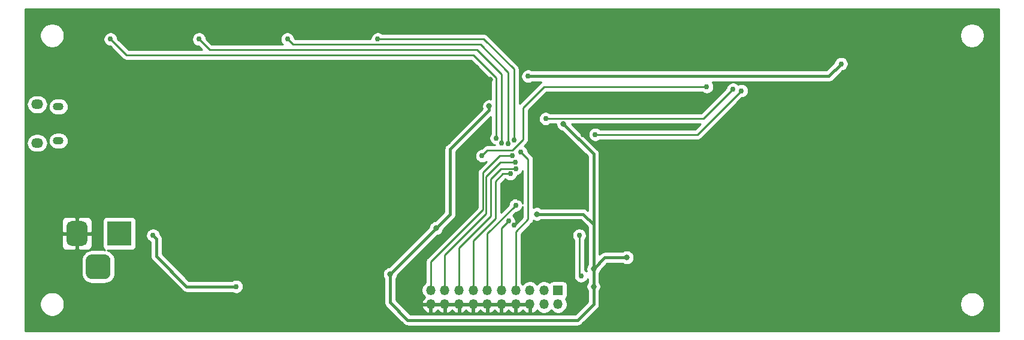
<source format=gbr>
%TF.GenerationSoftware,KiCad,Pcbnew,(5.1.6-0-10_14)*%
%TF.CreationDate,2020-09-13T11:28:01-04:00*%
%TF.ProjectId,EL-Calendar,454c2d43-616c-4656-9e64-61722e6b6963,rev?*%
%TF.SameCoordinates,Original*%
%TF.FileFunction,Copper,L2,Bot*%
%TF.FilePolarity,Positive*%
%FSLAX46Y46*%
G04 Gerber Fmt 4.6, Leading zero omitted, Abs format (unit mm)*
G04 Created by KiCad (PCBNEW (5.1.6-0-10_14)) date 2020-09-13 11:28:01*
%MOMM*%
%LPD*%
G01*
G04 APERTURE LIST*
%TA.AperFunction,ComponentPad*%
%ADD10R,3.500000X3.500000*%
%TD*%
%TA.AperFunction,ComponentPad*%
%ADD11O,1.700000X1.350000*%
%TD*%
%TA.AperFunction,ComponentPad*%
%ADD12O,1.500000X1.100000*%
%TD*%
%TA.AperFunction,ComponentPad*%
%ADD13O,1.350000X1.350000*%
%TD*%
%TA.AperFunction,ComponentPad*%
%ADD14R,1.350000X1.350000*%
%TD*%
%TA.AperFunction,ViaPad*%
%ADD15C,0.750000*%
%TD*%
%TA.AperFunction,ViaPad*%
%ADD16C,0.800000*%
%TD*%
%TA.AperFunction,Conductor*%
%ADD17C,0.250000*%
%TD*%
%TA.AperFunction,Conductor*%
%ADD18C,0.400000*%
%TD*%
%TA.AperFunction,Conductor*%
%ADD19C,0.254000*%
%TD*%
G04 APERTURE END LIST*
%TO.P,J1,3*%
%TO.N,Net-(J1-Pad3)*%
%TA.AperFunction,ComponentPad*%
G36*
G01*
X84750000Y-115575000D02*
X84750000Y-113825000D01*
G75*
G02*
X85625000Y-112950000I875000J0D01*
G01*
X87375000Y-112950000D01*
G75*
G02*
X88250000Y-113825000I0J-875000D01*
G01*
X88250000Y-115575000D01*
G75*
G02*
X87375000Y-116450000I-875000J0D01*
G01*
X85625000Y-116450000D01*
G75*
G02*
X84750000Y-115575000I0J875000D01*
G01*
G37*
%TD.AperFunction*%
%TO.P,J1,2*%
%TO.N,GND*%
%TA.AperFunction,ComponentPad*%
G36*
G01*
X82000000Y-111000000D02*
X82000000Y-109000000D01*
G75*
G02*
X82750000Y-108250000I750000J0D01*
G01*
X84250000Y-108250000D01*
G75*
G02*
X85000000Y-109000000I0J-750000D01*
G01*
X85000000Y-111000000D01*
G75*
G02*
X84250000Y-111750000I-750000J0D01*
G01*
X82750000Y-111750000D01*
G75*
G02*
X82000000Y-111000000I0J750000D01*
G01*
G37*
%TD.AperFunction*%
D10*
%TO.P,J1,1*%
%TO.N,+12V*%
X89500000Y-110000000D03*
%TD*%
D11*
%TO.P,J3,6*%
%TO.N,Net-(C19-Pad1)*%
X77885000Y-97205000D03*
X77885000Y-91745000D03*
D12*
X80885000Y-96895000D03*
X80885000Y-92055000D03*
%TD*%
D13*
%TO.P,J2,20*%
%TO.N,GND*%
X133500000Y-120000000D03*
%TO.P,J2,19*%
%TO.N,/D3*%
X133500000Y-118000000D03*
%TO.P,J2,18*%
%TO.N,GND*%
X135500000Y-120000000D03*
%TO.P,J2,17*%
%TO.N,/D2*%
X135500000Y-118000000D03*
%TO.P,J2,16*%
%TO.N,GND*%
X137500000Y-120000000D03*
%TO.P,J2,15*%
%TO.N,/D1*%
X137500000Y-118000000D03*
%TO.P,J2,14*%
%TO.N,GND*%
X139500000Y-120000000D03*
%TO.P,J2,13*%
%TO.N,/D0*%
X139500000Y-118000000D03*
%TO.P,J2,12*%
%TO.N,GND*%
X141500000Y-120000000D03*
%TO.P,J2,11*%
%TO.N,/VCLK*%
X141500000Y-118000000D03*
%TO.P,J2,10*%
%TO.N,GND*%
X143500000Y-120000000D03*
%TO.P,J2,9*%
%TO.N,/HSYNC*%
X143500000Y-118000000D03*
%TO.P,J2,8*%
%TO.N,GND*%
X145500000Y-120000000D03*
%TO.P,J2,7*%
%TO.N,/VSYNC*%
X145500000Y-118000000D03*
%TO.P,J2,6*%
%TO.N,GND*%
X147500000Y-120000000D03*
%TO.P,J2,5*%
%TO.N,+5V*%
X147500000Y-118000000D03*
%TO.P,J2,4*%
%TO.N,Net-(J2-Pad4)*%
X149500000Y-120000000D03*
%TO.P,J2,3*%
%TO.N,Net-(J2-Pad3)*%
X149500000Y-118000000D03*
%TO.P,J2,2*%
%TO.N,+12V*%
X151500000Y-120000000D03*
D14*
%TO.P,J2,1*%
X151500000Y-118000000D03*
%TD*%
D15*
%TO.N,/NRST*%
X140750000Y-99000000D03*
X172500000Y-89250000D03*
%TO.N,/SWCLK*%
X149750000Y-93750000D03*
X176200000Y-89600000D03*
%TO.N,/SWDIO*%
X156750000Y-96000000D03*
X177400002Y-89800000D03*
D16*
%TO.N,+3V3*%
X156500000Y-115000000D03*
X156500000Y-117500000D03*
X148500000Y-107250000D03*
X127750000Y-115750000D03*
X152250000Y-94500000D03*
X141750000Y-92000000D03*
X134250000Y-109250000D03*
X161200000Y-113400000D03*
D15*
%TO.N,+BATT*%
X147250000Y-87750000D03*
X191500000Y-86000000D03*
%TO.N,+12V*%
X106000000Y-117500000D03*
X94250000Y-110250000D03*
%TO.N,/D3*%
X145000000Y-99000000D03*
%TO.N,/D2*%
X145413733Y-99903683D03*
%TO.N,/D1*%
X145510069Y-100848788D03*
%TO.N,/D0*%
X144750000Y-101548788D03*
%TO.N,/VCLK*%
X145500000Y-106000000D03*
%TO.N,/HSYNC*%
X144500000Y-108250000D03*
%TO.N,/VSYNC*%
X146250000Y-98500000D03*
%TO.N,/KEY1*%
X145250000Y-96750000D03*
X126000000Y-82500000D03*
%TO.N,/KEY2*%
X144459550Y-97276966D03*
X113250000Y-82500000D03*
%TO.N,/KEY3*%
X143510234Y-97240888D03*
X100750000Y-82500000D03*
%TO.N,/KEY4*%
X142750000Y-96500000D03*
X88250000Y-82500000D03*
%TO.N,/SPI_MISO*%
X154500000Y-110250010D03*
X154750000Y-116000000D03*
%TO.N,GND*%
X145950000Y-105000000D03*
X145290450Y-108776966D03*
X149750000Y-96500000D03*
X155000000Y-96000000D03*
D16*
X137750000Y-99500000D03*
X136000000Y-97000000D03*
X134750000Y-93750000D03*
X131750000Y-99000000D03*
X132000000Y-101000000D03*
X132000000Y-102500000D03*
X132000000Y-104000000D03*
X141000000Y-96500000D03*
X147000000Y-89250000D03*
X141915686Y-88215686D03*
X139500000Y-88000000D03*
X138000000Y-88000000D03*
X133000000Y-88000000D03*
X131500000Y-88000000D03*
X132000000Y-80750000D03*
X119500000Y-80750000D03*
X107000000Y-80750000D03*
X94500000Y-80750000D03*
X86000000Y-91750000D03*
X87000000Y-90250000D03*
X85469998Y-94250000D03*
X81250000Y-100500000D03*
X81250000Y-102500000D03*
X107750000Y-116250000D03*
X102750000Y-116250000D03*
X102500000Y-114000000D03*
X113000000Y-114500000D03*
X114500000Y-112250000D03*
X124750000Y-117250000D03*
X160000000Y-119000000D03*
X164000000Y-117000000D03*
X170250000Y-113750000D03*
X196000000Y-117750000D03*
X152200000Y-102800000D03*
X155200000Y-105800000D03*
X153200000Y-114800000D03*
X154200000Y-120000000D03*
X130600000Y-120000000D03*
X131800000Y-114200000D03*
X80000000Y-85000000D03*
X80000000Y-105000000D03*
X80000000Y-115000000D03*
X85000000Y-122500000D03*
X102500000Y-122500000D03*
X120000000Y-122500000D03*
X167500000Y-122500000D03*
X180000000Y-122500000D03*
X192500000Y-122500000D03*
X205000000Y-122500000D03*
X212500000Y-115000000D03*
X212500000Y-102500000D03*
X212500000Y-90000000D03*
X205000000Y-80000000D03*
X187500000Y-80000000D03*
X167500000Y-80000000D03*
X150000000Y-80000000D03*
X95000000Y-100000000D03*
X110000000Y-100000000D03*
X125000000Y-100000000D03*
X170000000Y-100000000D03*
X185000000Y-100000000D03*
X200000000Y-100000000D03*
X149750000Y-112250000D03*
X136750000Y-108750000D03*
X138750000Y-103000000D03*
%TD*%
D17*
%TO.N,/NRST*%
X140750000Y-99000000D02*
X141500000Y-98250000D01*
X141500000Y-98250000D02*
X145000000Y-98250000D01*
X146549999Y-96700001D02*
X146549999Y-92200001D01*
X145000000Y-98250000D02*
X146549999Y-96700001D01*
X146549999Y-92200001D02*
X149500000Y-89250000D01*
X149500000Y-89250000D02*
X172500000Y-89250000D01*
%TO.N,/SWCLK*%
X172050000Y-93750000D02*
X176200000Y-89600000D01*
X149750000Y-93750000D02*
X172050000Y-93750000D01*
%TO.N,/SWDIO*%
X156750000Y-96000000D02*
X171200002Y-96000000D01*
X171200002Y-96000000D02*
X177400002Y-89800000D01*
D18*
%TO.N,+3V3*%
X156500000Y-115000000D02*
X156500000Y-117500000D01*
X155000000Y-107250000D02*
X156500000Y-108750000D01*
X148500000Y-107250000D02*
X155000000Y-107250000D01*
X127750000Y-119750000D02*
X130250000Y-122250000D01*
X130250000Y-122250000D02*
X154250000Y-122250000D01*
X156500000Y-120000000D02*
X156500000Y-117500000D01*
X154250000Y-122250000D02*
X156500000Y-120000000D01*
X156500000Y-98750000D02*
X156500000Y-109250000D01*
X152250000Y-94500000D02*
X156500000Y-98750000D01*
X156500000Y-109250000D02*
X156500000Y-115000000D01*
X156500000Y-108750000D02*
X156500000Y-109250000D01*
X127750000Y-116250000D02*
X127750000Y-119750000D01*
X127750000Y-115750000D02*
X127750000Y-116250000D01*
X136250000Y-107250000D02*
X127750000Y-115750000D01*
X141750000Y-92565685D02*
X136250000Y-98065685D01*
X136250000Y-98065685D02*
X136250000Y-107250000D01*
X141750000Y-92000000D02*
X141750000Y-92565685D01*
X158100000Y-113400000D02*
X156500000Y-115000000D01*
X161200000Y-113400000D02*
X158100000Y-113400000D01*
%TO.N,+BATT*%
X147250000Y-87750000D02*
X189750000Y-87750000D01*
X189750000Y-87750000D02*
X191500000Y-86000000D01*
%TO.N,+12V*%
X106000000Y-117500000D02*
X99000000Y-117500000D01*
X99000000Y-117500000D02*
X94750000Y-113250000D01*
X94750000Y-113250000D02*
X94750000Y-110750000D01*
X94750000Y-110750000D02*
X94250000Y-110250000D01*
D17*
%TO.N,/D3*%
X133500000Y-114000000D02*
X133500000Y-118000000D01*
X145000000Y-99000000D02*
X143250000Y-99000000D01*
X140875000Y-101375000D02*
X140875000Y-106625000D01*
X143250000Y-99000000D02*
X140875000Y-101375000D01*
X140875000Y-106625000D02*
X133500000Y-114000000D01*
%TO.N,/D2*%
X135500000Y-113000000D02*
X135500000Y-118000000D01*
X141325010Y-101924990D02*
X141325010Y-107174990D01*
X141325010Y-107174990D02*
X135500000Y-113000000D01*
X143346317Y-99903683D02*
X141325010Y-101924990D01*
X145413733Y-99903683D02*
X143346317Y-99903683D01*
%TO.N,/D1*%
X137500000Y-112000000D02*
X137500000Y-118000000D01*
X145510069Y-100848788D02*
X143401212Y-100848788D01*
X142000000Y-102250000D02*
X142000000Y-107500000D01*
X143401212Y-100848788D02*
X142000000Y-102250000D01*
X142000000Y-107500000D02*
X137500000Y-112000000D01*
%TO.N,/D0*%
X139500000Y-111000000D02*
X139500000Y-118000000D01*
X144750000Y-101548788D02*
X143701212Y-101548788D01*
X142625000Y-102625000D02*
X142625000Y-107875000D01*
X143701212Y-101548788D02*
X142625000Y-102625000D01*
X142625000Y-107875000D02*
X139500000Y-111000000D01*
%TO.N,/VCLK*%
X141500000Y-118000000D02*
X141500000Y-110000000D01*
X141500000Y-110000000D02*
X145500000Y-106000000D01*
%TO.N,/HSYNC*%
X143500000Y-118000000D02*
X143500000Y-109250000D01*
X143500000Y-109250000D02*
X144500000Y-108250000D01*
%TO.N,/VSYNC*%
X145500000Y-109750000D02*
X145500000Y-118000000D01*
X147250000Y-108000000D02*
X145500000Y-109750000D01*
X147250000Y-99500000D02*
X147250000Y-108000000D01*
X146250000Y-98500000D02*
X147250000Y-99500000D01*
%TO.N,/KEY1*%
X145250000Y-96750000D02*
X145250000Y-87000000D01*
X145250000Y-87000000D02*
X145250000Y-86750000D01*
X145250000Y-86750000D02*
X141000000Y-82500000D01*
X141000000Y-82500000D02*
X126000000Y-82500000D01*
%TO.N,/KEY2*%
X144459550Y-87209550D02*
X144459550Y-97276966D01*
X140500000Y-83250000D02*
X144459550Y-87209550D01*
X114000000Y-83250000D02*
X140500000Y-83250000D01*
X113250000Y-82500000D02*
X114000000Y-83250000D01*
%TO.N,/KEY3*%
X143510234Y-97240888D02*
X143510234Y-87510234D01*
X143510234Y-87510234D02*
X140000000Y-84000000D01*
X140000000Y-84000000D02*
X102250000Y-84000000D01*
X102250000Y-84000000D02*
X100750000Y-82500000D01*
%TO.N,/KEY4*%
X142750000Y-96500000D02*
X142750000Y-88000000D01*
X142750000Y-88000000D02*
X140500000Y-85750000D01*
X140500000Y-85750000D02*
X139500000Y-84750000D01*
X139500000Y-84750000D02*
X95000000Y-84750000D01*
X95000000Y-84750000D02*
X90500000Y-84750000D01*
X90500000Y-84750000D02*
X88250000Y-82500000D01*
%TO.N,/SPI_MISO*%
X154500000Y-110250010D02*
X154500000Y-115750000D01*
X154500000Y-115750000D02*
X154750000Y-116000000D01*
%TD*%
D19*
%TO.N,GND*%
G36*
X213790000Y-123790000D02*
G01*
X76210000Y-123790000D01*
X76210000Y-119829117D01*
X78265000Y-119829117D01*
X78265000Y-120170883D01*
X78331675Y-120506081D01*
X78462463Y-120821831D01*
X78652337Y-121105998D01*
X78894002Y-121347663D01*
X79178169Y-121537537D01*
X79493919Y-121668325D01*
X79829117Y-121735000D01*
X80170883Y-121735000D01*
X80506081Y-121668325D01*
X80821831Y-121537537D01*
X81105998Y-121347663D01*
X81347663Y-121105998D01*
X81537537Y-120821831D01*
X81668325Y-120506081D01*
X81735000Y-120170883D01*
X81735000Y-119829117D01*
X81668325Y-119493919D01*
X81537537Y-119178169D01*
X81347663Y-118894002D01*
X81105998Y-118652337D01*
X80821831Y-118462463D01*
X80506081Y-118331675D01*
X80170883Y-118265000D01*
X79829117Y-118265000D01*
X79493919Y-118331675D01*
X79178169Y-118462463D01*
X78894002Y-118652337D01*
X78652337Y-118894002D01*
X78462463Y-119178169D01*
X78331675Y-119493919D01*
X78265000Y-119829117D01*
X76210000Y-119829117D01*
X76210000Y-113825000D01*
X84111928Y-113825000D01*
X84111928Y-115575000D01*
X84141001Y-115870186D01*
X84227104Y-116154028D01*
X84366927Y-116415618D01*
X84555097Y-116644903D01*
X84784382Y-116833073D01*
X85045972Y-116972896D01*
X85329814Y-117058999D01*
X85625000Y-117088072D01*
X87375000Y-117088072D01*
X87670186Y-117058999D01*
X87954028Y-116972896D01*
X88215618Y-116833073D01*
X88444903Y-116644903D01*
X88633073Y-116415618D01*
X88772896Y-116154028D01*
X88858999Y-115870186D01*
X88888072Y-115575000D01*
X88888072Y-113825000D01*
X88858999Y-113529814D01*
X88772896Y-113245972D01*
X88633073Y-112984382D01*
X88444903Y-112755097D01*
X88215618Y-112566927D01*
X87954028Y-112427104D01*
X87825357Y-112388072D01*
X91250000Y-112388072D01*
X91374482Y-112375812D01*
X91494180Y-112339502D01*
X91604494Y-112280537D01*
X91701185Y-112201185D01*
X91780537Y-112104494D01*
X91839502Y-111994180D01*
X91875812Y-111874482D01*
X91888072Y-111750000D01*
X91888072Y-110150524D01*
X93240000Y-110150524D01*
X93240000Y-110349476D01*
X93278814Y-110544606D01*
X93354950Y-110728414D01*
X93465482Y-110893837D01*
X93606163Y-111034518D01*
X93771586Y-111145050D01*
X93915001Y-111204455D01*
X93915000Y-113208981D01*
X93910960Y-113250000D01*
X93915000Y-113291018D01*
X93927082Y-113413688D01*
X93974828Y-113571086D01*
X94052364Y-113716145D01*
X94156709Y-113843291D01*
X94188579Y-113869446D01*
X98380563Y-118061432D01*
X98406709Y-118093291D01*
X98438568Y-118119437D01*
X98438570Y-118119439D01*
X98487719Y-118159774D01*
X98533854Y-118197636D01*
X98678913Y-118275172D01*
X98836311Y-118322918D01*
X98958981Y-118335000D01*
X98958982Y-118335000D01*
X99000000Y-118339040D01*
X99041018Y-118335000D01*
X105431715Y-118335000D01*
X105521586Y-118395050D01*
X105705394Y-118471186D01*
X105900524Y-118510000D01*
X106099476Y-118510000D01*
X106294606Y-118471186D01*
X106478414Y-118395050D01*
X106643837Y-118284518D01*
X106784518Y-118143837D01*
X106895050Y-117978414D01*
X106971186Y-117794606D01*
X107010000Y-117599476D01*
X107010000Y-117400524D01*
X106971186Y-117205394D01*
X106895050Y-117021586D01*
X106784518Y-116856163D01*
X106643837Y-116715482D01*
X106478414Y-116604950D01*
X106294606Y-116528814D01*
X106099476Y-116490000D01*
X105900524Y-116490000D01*
X105705394Y-116528814D01*
X105521586Y-116604950D01*
X105431715Y-116665000D01*
X99345869Y-116665000D01*
X95585000Y-112904133D01*
X95585000Y-110791018D01*
X95589040Y-110750000D01*
X95572918Y-110586312D01*
X95569707Y-110575725D01*
X95525172Y-110428913D01*
X95447636Y-110283854D01*
X95343291Y-110156709D01*
X95311426Y-110130558D01*
X95242273Y-110061405D01*
X95221186Y-109955394D01*
X95145050Y-109771586D01*
X95034518Y-109606163D01*
X94893837Y-109465482D01*
X94728414Y-109354950D01*
X94544606Y-109278814D01*
X94349476Y-109240000D01*
X94150524Y-109240000D01*
X93955394Y-109278814D01*
X93771586Y-109354950D01*
X93606163Y-109465482D01*
X93465482Y-109606163D01*
X93354950Y-109771586D01*
X93278814Y-109955394D01*
X93240000Y-110150524D01*
X91888072Y-110150524D01*
X91888072Y-108250000D01*
X91875812Y-108125518D01*
X91839502Y-108005820D01*
X91780537Y-107895506D01*
X91701185Y-107798815D01*
X91604494Y-107719463D01*
X91494180Y-107660498D01*
X91374482Y-107624188D01*
X91250000Y-107611928D01*
X87750000Y-107611928D01*
X87625518Y-107624188D01*
X87505820Y-107660498D01*
X87395506Y-107719463D01*
X87298815Y-107798815D01*
X87219463Y-107895506D01*
X87160498Y-108005820D01*
X87124188Y-108125518D01*
X87111928Y-108250000D01*
X87111928Y-111750000D01*
X87124188Y-111874482D01*
X87160498Y-111994180D01*
X87219463Y-112104494D01*
X87298815Y-112201185D01*
X87395506Y-112280537D01*
X87472131Y-112321494D01*
X87375000Y-112311928D01*
X85625000Y-112311928D01*
X85329814Y-112341001D01*
X85045972Y-112427104D01*
X84784382Y-112566927D01*
X84555097Y-112755097D01*
X84366927Y-112984382D01*
X84227104Y-113245972D01*
X84141001Y-113529814D01*
X84111928Y-113825000D01*
X76210000Y-113825000D01*
X76210000Y-111750000D01*
X81361928Y-111750000D01*
X81374188Y-111874482D01*
X81410498Y-111994180D01*
X81469463Y-112104494D01*
X81548815Y-112201185D01*
X81645506Y-112280537D01*
X81755820Y-112339502D01*
X81875518Y-112375812D01*
X82000000Y-112388072D01*
X83214250Y-112385000D01*
X83373000Y-112226250D01*
X83373000Y-110127000D01*
X83627000Y-110127000D01*
X83627000Y-112226250D01*
X83785750Y-112385000D01*
X85000000Y-112388072D01*
X85124482Y-112375812D01*
X85244180Y-112339502D01*
X85354494Y-112280537D01*
X85451185Y-112201185D01*
X85530537Y-112104494D01*
X85589502Y-111994180D01*
X85625812Y-111874482D01*
X85638072Y-111750000D01*
X85635000Y-110285750D01*
X85476250Y-110127000D01*
X83627000Y-110127000D01*
X83373000Y-110127000D01*
X81523750Y-110127000D01*
X81365000Y-110285750D01*
X81361928Y-111750000D01*
X76210000Y-111750000D01*
X76210000Y-108250000D01*
X81361928Y-108250000D01*
X81365000Y-109714250D01*
X81523750Y-109873000D01*
X83373000Y-109873000D01*
X83373000Y-107773750D01*
X83627000Y-107773750D01*
X83627000Y-109873000D01*
X85476250Y-109873000D01*
X85635000Y-109714250D01*
X85638072Y-108250000D01*
X85625812Y-108125518D01*
X85589502Y-108005820D01*
X85530537Y-107895506D01*
X85451185Y-107798815D01*
X85354494Y-107719463D01*
X85244180Y-107660498D01*
X85124482Y-107624188D01*
X85000000Y-107611928D01*
X83785750Y-107615000D01*
X83627000Y-107773750D01*
X83373000Y-107773750D01*
X83214250Y-107615000D01*
X82000000Y-107611928D01*
X81875518Y-107624188D01*
X81755820Y-107660498D01*
X81645506Y-107719463D01*
X81548815Y-107798815D01*
X81469463Y-107895506D01*
X81410498Y-108005820D01*
X81374188Y-108125518D01*
X81361928Y-108250000D01*
X76210000Y-108250000D01*
X76210000Y-97205000D01*
X76393662Y-97205000D01*
X76418955Y-97461805D01*
X76493862Y-97708741D01*
X76615505Y-97936318D01*
X76779208Y-98135792D01*
X76978682Y-98299495D01*
X77206259Y-98421138D01*
X77453195Y-98496045D01*
X77645649Y-98515000D01*
X78124351Y-98515000D01*
X78316805Y-98496045D01*
X78563741Y-98421138D01*
X78791318Y-98299495D01*
X78990792Y-98135792D01*
X79154495Y-97936318D01*
X79276138Y-97708741D01*
X79351045Y-97461805D01*
X79376338Y-97205000D01*
X79351045Y-96948195D01*
X79334909Y-96895000D01*
X79494267Y-96895000D01*
X79517147Y-97127300D01*
X79584906Y-97350674D01*
X79694942Y-97556536D01*
X79843025Y-97736975D01*
X80023464Y-97885058D01*
X80229326Y-97995094D01*
X80452700Y-98062853D01*
X80626793Y-98080000D01*
X81143207Y-98080000D01*
X81317300Y-98062853D01*
X81540674Y-97995094D01*
X81746536Y-97885058D01*
X81926975Y-97736975D01*
X82075058Y-97556536D01*
X82185094Y-97350674D01*
X82252853Y-97127300D01*
X82275733Y-96895000D01*
X82252853Y-96662700D01*
X82185094Y-96439326D01*
X82075058Y-96233464D01*
X81926975Y-96053025D01*
X81746536Y-95904942D01*
X81540674Y-95794906D01*
X81317300Y-95727147D01*
X81143207Y-95710000D01*
X80626793Y-95710000D01*
X80452700Y-95727147D01*
X80229326Y-95794906D01*
X80023464Y-95904942D01*
X79843025Y-96053025D01*
X79694942Y-96233464D01*
X79584906Y-96439326D01*
X79517147Y-96662700D01*
X79494267Y-96895000D01*
X79334909Y-96895000D01*
X79276138Y-96701259D01*
X79154495Y-96473682D01*
X78990792Y-96274208D01*
X78791318Y-96110505D01*
X78563741Y-95988862D01*
X78316805Y-95913955D01*
X78124351Y-95895000D01*
X77645649Y-95895000D01*
X77453195Y-95913955D01*
X77206259Y-95988862D01*
X76978682Y-96110505D01*
X76779208Y-96274208D01*
X76615505Y-96473682D01*
X76493862Y-96701259D01*
X76418955Y-96948195D01*
X76393662Y-97205000D01*
X76210000Y-97205000D01*
X76210000Y-91745000D01*
X76393662Y-91745000D01*
X76418955Y-92001805D01*
X76493862Y-92248741D01*
X76615505Y-92476318D01*
X76779208Y-92675792D01*
X76978682Y-92839495D01*
X77206259Y-92961138D01*
X77453195Y-93036045D01*
X77645649Y-93055000D01*
X78124351Y-93055000D01*
X78316805Y-93036045D01*
X78563741Y-92961138D01*
X78791318Y-92839495D01*
X78990792Y-92675792D01*
X79154495Y-92476318D01*
X79276138Y-92248741D01*
X79334908Y-92055000D01*
X79494267Y-92055000D01*
X79517147Y-92287300D01*
X79584906Y-92510674D01*
X79694942Y-92716536D01*
X79843025Y-92896975D01*
X80023464Y-93045058D01*
X80229326Y-93155094D01*
X80452700Y-93222853D01*
X80626793Y-93240000D01*
X81143207Y-93240000D01*
X81317300Y-93222853D01*
X81540674Y-93155094D01*
X81746536Y-93045058D01*
X81926975Y-92896975D01*
X82075058Y-92716536D01*
X82185094Y-92510674D01*
X82252853Y-92287300D01*
X82275733Y-92055000D01*
X82252853Y-91822700D01*
X82185094Y-91599326D01*
X82075058Y-91393464D01*
X81926975Y-91213025D01*
X81746536Y-91064942D01*
X81540674Y-90954906D01*
X81317300Y-90887147D01*
X81143207Y-90870000D01*
X80626793Y-90870000D01*
X80452700Y-90887147D01*
X80229326Y-90954906D01*
X80023464Y-91064942D01*
X79843025Y-91213025D01*
X79694942Y-91393464D01*
X79584906Y-91599326D01*
X79517147Y-91822700D01*
X79494267Y-92055000D01*
X79334908Y-92055000D01*
X79351045Y-92001805D01*
X79376338Y-91745000D01*
X79351045Y-91488195D01*
X79276138Y-91241259D01*
X79154495Y-91013682D01*
X78990792Y-90814208D01*
X78791318Y-90650505D01*
X78563741Y-90528862D01*
X78316805Y-90453955D01*
X78124351Y-90435000D01*
X77645649Y-90435000D01*
X77453195Y-90453955D01*
X77206259Y-90528862D01*
X76978682Y-90650505D01*
X76779208Y-90814208D01*
X76615505Y-91013682D01*
X76493862Y-91241259D01*
X76418955Y-91488195D01*
X76393662Y-91745000D01*
X76210000Y-91745000D01*
X76210000Y-81829117D01*
X78265000Y-81829117D01*
X78265000Y-82170883D01*
X78331675Y-82506081D01*
X78462463Y-82821831D01*
X78652337Y-83105998D01*
X78894002Y-83347663D01*
X79178169Y-83537537D01*
X79493919Y-83668325D01*
X79829117Y-83735000D01*
X80170883Y-83735000D01*
X80506081Y-83668325D01*
X80821831Y-83537537D01*
X81105998Y-83347663D01*
X81347663Y-83105998D01*
X81537537Y-82821831D01*
X81668325Y-82506081D01*
X81689321Y-82400524D01*
X87240000Y-82400524D01*
X87240000Y-82599476D01*
X87278814Y-82794606D01*
X87354950Y-82978414D01*
X87465482Y-83143837D01*
X87606163Y-83284518D01*
X87771586Y-83395050D01*
X87955394Y-83471186D01*
X88150524Y-83510000D01*
X88185199Y-83510000D01*
X89936200Y-85261002D01*
X89959999Y-85290001D01*
X89988997Y-85313799D01*
X90075724Y-85384974D01*
X90207753Y-85455546D01*
X90351014Y-85499003D01*
X90500000Y-85513677D01*
X90537333Y-85510000D01*
X139185199Y-85510000D01*
X139988997Y-86313799D01*
X139989002Y-86313803D01*
X141990001Y-88314803D01*
X141990001Y-90992462D01*
X141851939Y-90965000D01*
X141648061Y-90965000D01*
X141448102Y-91004774D01*
X141259744Y-91082795D01*
X141090226Y-91196063D01*
X140946063Y-91340226D01*
X140832795Y-91509744D01*
X140754774Y-91698102D01*
X140715000Y-91898061D01*
X140715000Y-92101939D01*
X140754774Y-92301898D01*
X140777662Y-92357154D01*
X135688579Y-97446239D01*
X135656709Y-97472394D01*
X135575317Y-97571572D01*
X135552364Y-97599540D01*
X135474828Y-97744599D01*
X135427082Y-97901997D01*
X135410960Y-98065685D01*
X135415000Y-98106704D01*
X135415001Y-106904131D01*
X134093225Y-108225908D01*
X133948102Y-108254774D01*
X133759744Y-108332795D01*
X133590226Y-108446063D01*
X133446063Y-108590226D01*
X133332795Y-108759744D01*
X133254774Y-108948102D01*
X133225908Y-109093225D01*
X127593226Y-114725907D01*
X127448102Y-114754774D01*
X127259744Y-114832795D01*
X127090226Y-114946063D01*
X126946063Y-115090226D01*
X126832795Y-115259744D01*
X126754774Y-115448102D01*
X126715000Y-115648061D01*
X126715000Y-115851939D01*
X126754774Y-116051898D01*
X126832795Y-116240256D01*
X126915000Y-116363285D01*
X126915001Y-119708972D01*
X126910960Y-119750000D01*
X126927082Y-119913688D01*
X126974828Y-120071086D01*
X126974829Y-120071087D01*
X127052365Y-120216146D01*
X127156710Y-120343291D01*
X127188574Y-120369441D01*
X129630563Y-122811432D01*
X129656709Y-122843291D01*
X129688568Y-122869437D01*
X129688570Y-122869439D01*
X129783854Y-122947636D01*
X129928913Y-123025172D01*
X130086311Y-123072918D01*
X130250000Y-123089040D01*
X130291018Y-123085000D01*
X154208982Y-123085000D01*
X154250000Y-123089040D01*
X154291018Y-123085000D01*
X154291019Y-123085000D01*
X154413689Y-123072918D01*
X154571087Y-123025172D01*
X154716146Y-122947636D01*
X154843291Y-122843291D01*
X154869446Y-122811421D01*
X157061433Y-120619436D01*
X157093291Y-120593291D01*
X157197636Y-120466146D01*
X157275172Y-120321087D01*
X157322918Y-120163689D01*
X157335000Y-120041019D01*
X157335000Y-120041018D01*
X157339040Y-120000000D01*
X157335000Y-119958982D01*
X157335000Y-119829117D01*
X208265000Y-119829117D01*
X208265000Y-120170883D01*
X208331675Y-120506081D01*
X208462463Y-120821831D01*
X208652337Y-121105998D01*
X208894002Y-121347663D01*
X209178169Y-121537537D01*
X209493919Y-121668325D01*
X209829117Y-121735000D01*
X210170883Y-121735000D01*
X210506081Y-121668325D01*
X210821831Y-121537537D01*
X211105998Y-121347663D01*
X211347663Y-121105998D01*
X211537537Y-120821831D01*
X211668325Y-120506081D01*
X211735000Y-120170883D01*
X211735000Y-119829117D01*
X211668325Y-119493919D01*
X211537537Y-119178169D01*
X211347663Y-118894002D01*
X211105998Y-118652337D01*
X210821831Y-118462463D01*
X210506081Y-118331675D01*
X210170883Y-118265000D01*
X209829117Y-118265000D01*
X209493919Y-118331675D01*
X209178169Y-118462463D01*
X208894002Y-118652337D01*
X208652337Y-118894002D01*
X208462463Y-119178169D01*
X208331675Y-119493919D01*
X208265000Y-119829117D01*
X157335000Y-119829117D01*
X157335000Y-118113285D01*
X157417205Y-117990256D01*
X157495226Y-117801898D01*
X157535000Y-117601939D01*
X157535000Y-117398061D01*
X157495226Y-117198102D01*
X157417205Y-117009744D01*
X157335000Y-116886715D01*
X157335000Y-115613285D01*
X157417205Y-115490256D01*
X157495226Y-115301898D01*
X157524093Y-115156775D01*
X158445869Y-114235000D01*
X160586715Y-114235000D01*
X160709744Y-114317205D01*
X160898102Y-114395226D01*
X161098061Y-114435000D01*
X161301939Y-114435000D01*
X161501898Y-114395226D01*
X161690256Y-114317205D01*
X161859774Y-114203937D01*
X162003937Y-114059774D01*
X162117205Y-113890256D01*
X162195226Y-113701898D01*
X162235000Y-113501939D01*
X162235000Y-113298061D01*
X162195226Y-113098102D01*
X162117205Y-112909744D01*
X162003937Y-112740226D01*
X161859774Y-112596063D01*
X161690256Y-112482795D01*
X161501898Y-112404774D01*
X161301939Y-112365000D01*
X161098061Y-112365000D01*
X160898102Y-112404774D01*
X160709744Y-112482795D01*
X160586715Y-112565000D01*
X158141018Y-112565000D01*
X158100000Y-112560960D01*
X158058982Y-112565000D01*
X158058981Y-112565000D01*
X157936311Y-112577082D01*
X157873739Y-112596063D01*
X157778913Y-112624828D01*
X157633854Y-112702364D01*
X157569599Y-112755097D01*
X157506709Y-112806709D01*
X157480563Y-112838568D01*
X157335000Y-112984131D01*
X157335000Y-108791007D01*
X157339039Y-108749999D01*
X157335000Y-108708991D01*
X157335000Y-98791018D01*
X157339040Y-98750000D01*
X157322918Y-98586312D01*
X157319707Y-98575725D01*
X157275172Y-98428913D01*
X157197636Y-98283854D01*
X157138728Y-98212074D01*
X157119439Y-98188570D01*
X157119437Y-98188568D01*
X157093291Y-98156709D01*
X157061433Y-98130564D01*
X153440867Y-94510000D01*
X171615201Y-94510000D01*
X170885201Y-95240000D01*
X157418355Y-95240000D01*
X157393837Y-95215482D01*
X157228414Y-95104950D01*
X157044606Y-95028814D01*
X156849476Y-94990000D01*
X156650524Y-94990000D01*
X156455394Y-95028814D01*
X156271586Y-95104950D01*
X156106163Y-95215482D01*
X155965482Y-95356163D01*
X155854950Y-95521586D01*
X155778814Y-95705394D01*
X155740000Y-95900524D01*
X155740000Y-96099476D01*
X155778814Y-96294606D01*
X155854950Y-96478414D01*
X155965482Y-96643837D01*
X156106163Y-96784518D01*
X156271586Y-96895050D01*
X156455394Y-96971186D01*
X156650524Y-97010000D01*
X156849476Y-97010000D01*
X157044606Y-96971186D01*
X157228414Y-96895050D01*
X157393837Y-96784518D01*
X157418355Y-96760000D01*
X171162680Y-96760000D01*
X171200002Y-96763676D01*
X171237324Y-96760000D01*
X171237335Y-96760000D01*
X171348988Y-96749003D01*
X171492249Y-96705546D01*
X171624278Y-96634974D01*
X171740003Y-96540001D01*
X171763806Y-96510997D01*
X177464804Y-90810000D01*
X177499478Y-90810000D01*
X177694608Y-90771186D01*
X177878416Y-90695050D01*
X178043839Y-90584518D01*
X178184520Y-90443837D01*
X178295052Y-90278414D01*
X178371188Y-90094606D01*
X178410002Y-89899476D01*
X178410002Y-89700524D01*
X178371188Y-89505394D01*
X178295052Y-89321586D01*
X178184520Y-89156163D01*
X178043839Y-89015482D01*
X177878416Y-88904950D01*
X177694608Y-88828814D01*
X177499478Y-88790000D01*
X177300526Y-88790000D01*
X177105396Y-88828814D01*
X176929873Y-88901518D01*
X176843837Y-88815482D01*
X176678414Y-88704950D01*
X176494606Y-88628814D01*
X176299476Y-88590000D01*
X176100524Y-88590000D01*
X175905394Y-88628814D01*
X175721586Y-88704950D01*
X175556163Y-88815482D01*
X175415482Y-88956163D01*
X175304950Y-89121586D01*
X175228814Y-89305394D01*
X175190000Y-89500524D01*
X175190000Y-89535198D01*
X171735199Y-92990000D01*
X150418355Y-92990000D01*
X150393837Y-92965482D01*
X150228414Y-92854950D01*
X150044606Y-92778814D01*
X149849476Y-92740000D01*
X149650524Y-92740000D01*
X149455394Y-92778814D01*
X149271586Y-92854950D01*
X149106163Y-92965482D01*
X148965482Y-93106163D01*
X148854950Y-93271586D01*
X148778814Y-93455394D01*
X148740000Y-93650524D01*
X148740000Y-93849476D01*
X148778814Y-94044606D01*
X148854950Y-94228414D01*
X148965482Y-94393837D01*
X149106163Y-94534518D01*
X149271586Y-94645050D01*
X149455394Y-94721186D01*
X149650524Y-94760000D01*
X149849476Y-94760000D01*
X150044606Y-94721186D01*
X150228414Y-94645050D01*
X150393837Y-94534518D01*
X150418355Y-94510000D01*
X151215000Y-94510000D01*
X151215000Y-94601939D01*
X151254774Y-94801898D01*
X151332795Y-94990256D01*
X151446063Y-95159774D01*
X151590226Y-95303937D01*
X151759744Y-95417205D01*
X151948102Y-95495226D01*
X152093225Y-95524093D01*
X155665000Y-99095869D01*
X155665001Y-106734134D01*
X155619446Y-106688579D01*
X155593291Y-106656709D01*
X155466146Y-106552364D01*
X155321087Y-106474828D01*
X155163689Y-106427082D01*
X155041019Y-106415000D01*
X155041018Y-106415000D01*
X155000000Y-106410960D01*
X154958982Y-106415000D01*
X149113285Y-106415000D01*
X148990256Y-106332795D01*
X148801898Y-106254774D01*
X148601939Y-106215000D01*
X148398061Y-106215000D01*
X148198102Y-106254774D01*
X148010000Y-106332689D01*
X148010000Y-99537333D01*
X148013677Y-99500000D01*
X147999003Y-99351014D01*
X147955546Y-99207753D01*
X147884974Y-99075724D01*
X147813799Y-98988997D01*
X147790001Y-98959999D01*
X147761004Y-98936202D01*
X147260000Y-98435199D01*
X147260000Y-98400524D01*
X147221186Y-98205394D01*
X147145050Y-98021586D01*
X147034518Y-97856163D01*
X146893837Y-97715482D01*
X146728414Y-97604950D01*
X146722360Y-97602442D01*
X147061003Y-97263799D01*
X147090000Y-97240002D01*
X147184973Y-97124277D01*
X147255545Y-96992248D01*
X147299002Y-96848987D01*
X147309999Y-96737334D01*
X147309999Y-96737333D01*
X147313676Y-96700001D01*
X147309999Y-96662668D01*
X147309999Y-92514802D01*
X149814803Y-90010000D01*
X171831645Y-90010000D01*
X171856163Y-90034518D01*
X172021586Y-90145050D01*
X172205394Y-90221186D01*
X172400524Y-90260000D01*
X172599476Y-90260000D01*
X172794606Y-90221186D01*
X172978414Y-90145050D01*
X173143837Y-90034518D01*
X173284518Y-89893837D01*
X173395050Y-89728414D01*
X173471186Y-89544606D01*
X173510000Y-89349476D01*
X173510000Y-89150524D01*
X173471186Y-88955394D01*
X173395050Y-88771586D01*
X173284518Y-88606163D01*
X173263355Y-88585000D01*
X189708982Y-88585000D01*
X189750000Y-88589040D01*
X189791018Y-88585000D01*
X189791019Y-88585000D01*
X189913689Y-88572918D01*
X190071087Y-88525172D01*
X190216146Y-88447636D01*
X190343291Y-88343291D01*
X190369446Y-88311421D01*
X191688596Y-86992273D01*
X191794606Y-86971186D01*
X191978414Y-86895050D01*
X192143837Y-86784518D01*
X192284518Y-86643837D01*
X192395050Y-86478414D01*
X192471186Y-86294606D01*
X192510000Y-86099476D01*
X192510000Y-85900524D01*
X192471186Y-85705394D01*
X192395050Y-85521586D01*
X192284518Y-85356163D01*
X192143837Y-85215482D01*
X191978414Y-85104950D01*
X191794606Y-85028814D01*
X191599476Y-84990000D01*
X191400524Y-84990000D01*
X191205394Y-85028814D01*
X191021586Y-85104950D01*
X190856163Y-85215482D01*
X190715482Y-85356163D01*
X190604950Y-85521586D01*
X190528814Y-85705394D01*
X190507727Y-85811404D01*
X189404133Y-86915000D01*
X147818285Y-86915000D01*
X147728414Y-86854950D01*
X147544606Y-86778814D01*
X147349476Y-86740000D01*
X147150524Y-86740000D01*
X146955394Y-86778814D01*
X146771586Y-86854950D01*
X146606163Y-86965482D01*
X146465482Y-87106163D01*
X146354950Y-87271586D01*
X146278814Y-87455394D01*
X146240000Y-87650524D01*
X146240000Y-87849476D01*
X146278814Y-88044606D01*
X146354950Y-88228414D01*
X146465482Y-88393837D01*
X146606163Y-88534518D01*
X146771586Y-88645050D01*
X146955394Y-88721186D01*
X147150524Y-88760000D01*
X147349476Y-88760000D01*
X147544606Y-88721186D01*
X147728414Y-88645050D01*
X147818285Y-88585000D01*
X149131898Y-88585000D01*
X149075724Y-88615026D01*
X149075722Y-88615027D01*
X149075723Y-88615027D01*
X148988996Y-88686201D01*
X148988992Y-88686205D01*
X148959999Y-88709999D01*
X148936205Y-88738992D01*
X146038997Y-91636202D01*
X146010000Y-91659999D01*
X146010000Y-86787325D01*
X146013676Y-86750000D01*
X146010000Y-86712675D01*
X146010000Y-86712668D01*
X145999003Y-86601015D01*
X145986996Y-86561430D01*
X145955546Y-86457753D01*
X145884974Y-86325724D01*
X145813799Y-86238997D01*
X145790001Y-86209999D01*
X145761003Y-86186201D01*
X141563804Y-81989003D01*
X141540001Y-81959999D01*
X141424276Y-81865026D01*
X141357096Y-81829117D01*
X208265000Y-81829117D01*
X208265000Y-82170883D01*
X208331675Y-82506081D01*
X208462463Y-82821831D01*
X208652337Y-83105998D01*
X208894002Y-83347663D01*
X209178169Y-83537537D01*
X209493919Y-83668325D01*
X209829117Y-83735000D01*
X210170883Y-83735000D01*
X210506081Y-83668325D01*
X210821831Y-83537537D01*
X211105998Y-83347663D01*
X211347663Y-83105998D01*
X211537537Y-82821831D01*
X211668325Y-82506081D01*
X211735000Y-82170883D01*
X211735000Y-81829117D01*
X211668325Y-81493919D01*
X211537537Y-81178169D01*
X211347663Y-80894002D01*
X211105998Y-80652337D01*
X210821831Y-80462463D01*
X210506081Y-80331675D01*
X210170883Y-80265000D01*
X209829117Y-80265000D01*
X209493919Y-80331675D01*
X209178169Y-80462463D01*
X208894002Y-80652337D01*
X208652337Y-80894002D01*
X208462463Y-81178169D01*
X208331675Y-81493919D01*
X208265000Y-81829117D01*
X141357096Y-81829117D01*
X141292247Y-81794454D01*
X141148986Y-81750997D01*
X141037333Y-81740000D01*
X141037322Y-81740000D01*
X141000000Y-81736324D01*
X140962678Y-81740000D01*
X126668355Y-81740000D01*
X126643837Y-81715482D01*
X126478414Y-81604950D01*
X126294606Y-81528814D01*
X126099476Y-81490000D01*
X125900524Y-81490000D01*
X125705394Y-81528814D01*
X125521586Y-81604950D01*
X125356163Y-81715482D01*
X125215482Y-81856163D01*
X125104950Y-82021586D01*
X125028814Y-82205394D01*
X124990000Y-82400524D01*
X124990000Y-82490000D01*
X114314802Y-82490000D01*
X114260000Y-82435198D01*
X114260000Y-82400524D01*
X114221186Y-82205394D01*
X114145050Y-82021586D01*
X114034518Y-81856163D01*
X113893837Y-81715482D01*
X113728414Y-81604950D01*
X113544606Y-81528814D01*
X113349476Y-81490000D01*
X113150524Y-81490000D01*
X112955394Y-81528814D01*
X112771586Y-81604950D01*
X112606163Y-81715482D01*
X112465482Y-81856163D01*
X112354950Y-82021586D01*
X112278814Y-82205394D01*
X112240000Y-82400524D01*
X112240000Y-82599476D01*
X112278814Y-82794606D01*
X112354950Y-82978414D01*
X112465482Y-83143837D01*
X112561645Y-83240000D01*
X102564802Y-83240000D01*
X101760000Y-82435199D01*
X101760000Y-82400524D01*
X101721186Y-82205394D01*
X101645050Y-82021586D01*
X101534518Y-81856163D01*
X101393837Y-81715482D01*
X101228414Y-81604950D01*
X101044606Y-81528814D01*
X100849476Y-81490000D01*
X100650524Y-81490000D01*
X100455394Y-81528814D01*
X100271586Y-81604950D01*
X100106163Y-81715482D01*
X99965482Y-81856163D01*
X99854950Y-82021586D01*
X99778814Y-82205394D01*
X99740000Y-82400524D01*
X99740000Y-82599476D01*
X99778814Y-82794606D01*
X99854950Y-82978414D01*
X99965482Y-83143837D01*
X100106163Y-83284518D01*
X100271586Y-83395050D01*
X100455394Y-83471186D01*
X100650524Y-83510000D01*
X100685199Y-83510000D01*
X101165198Y-83990000D01*
X90814802Y-83990000D01*
X89260000Y-82435199D01*
X89260000Y-82400524D01*
X89221186Y-82205394D01*
X89145050Y-82021586D01*
X89034518Y-81856163D01*
X88893837Y-81715482D01*
X88728414Y-81604950D01*
X88544606Y-81528814D01*
X88349476Y-81490000D01*
X88150524Y-81490000D01*
X87955394Y-81528814D01*
X87771586Y-81604950D01*
X87606163Y-81715482D01*
X87465482Y-81856163D01*
X87354950Y-82021586D01*
X87278814Y-82205394D01*
X87240000Y-82400524D01*
X81689321Y-82400524D01*
X81735000Y-82170883D01*
X81735000Y-81829117D01*
X81668325Y-81493919D01*
X81537537Y-81178169D01*
X81347663Y-80894002D01*
X81105998Y-80652337D01*
X80821831Y-80462463D01*
X80506081Y-80331675D01*
X80170883Y-80265000D01*
X79829117Y-80265000D01*
X79493919Y-80331675D01*
X79178169Y-80462463D01*
X78894002Y-80652337D01*
X78652337Y-80894002D01*
X78462463Y-81178169D01*
X78331675Y-81493919D01*
X78265000Y-81829117D01*
X76210000Y-81829117D01*
X76210000Y-78210000D01*
X213790001Y-78210000D01*
X213790000Y-123790000D01*
G37*
X213790000Y-123790000D02*
X76210000Y-123790000D01*
X76210000Y-119829117D01*
X78265000Y-119829117D01*
X78265000Y-120170883D01*
X78331675Y-120506081D01*
X78462463Y-120821831D01*
X78652337Y-121105998D01*
X78894002Y-121347663D01*
X79178169Y-121537537D01*
X79493919Y-121668325D01*
X79829117Y-121735000D01*
X80170883Y-121735000D01*
X80506081Y-121668325D01*
X80821831Y-121537537D01*
X81105998Y-121347663D01*
X81347663Y-121105998D01*
X81537537Y-120821831D01*
X81668325Y-120506081D01*
X81735000Y-120170883D01*
X81735000Y-119829117D01*
X81668325Y-119493919D01*
X81537537Y-119178169D01*
X81347663Y-118894002D01*
X81105998Y-118652337D01*
X80821831Y-118462463D01*
X80506081Y-118331675D01*
X80170883Y-118265000D01*
X79829117Y-118265000D01*
X79493919Y-118331675D01*
X79178169Y-118462463D01*
X78894002Y-118652337D01*
X78652337Y-118894002D01*
X78462463Y-119178169D01*
X78331675Y-119493919D01*
X78265000Y-119829117D01*
X76210000Y-119829117D01*
X76210000Y-113825000D01*
X84111928Y-113825000D01*
X84111928Y-115575000D01*
X84141001Y-115870186D01*
X84227104Y-116154028D01*
X84366927Y-116415618D01*
X84555097Y-116644903D01*
X84784382Y-116833073D01*
X85045972Y-116972896D01*
X85329814Y-117058999D01*
X85625000Y-117088072D01*
X87375000Y-117088072D01*
X87670186Y-117058999D01*
X87954028Y-116972896D01*
X88215618Y-116833073D01*
X88444903Y-116644903D01*
X88633073Y-116415618D01*
X88772896Y-116154028D01*
X88858999Y-115870186D01*
X88888072Y-115575000D01*
X88888072Y-113825000D01*
X88858999Y-113529814D01*
X88772896Y-113245972D01*
X88633073Y-112984382D01*
X88444903Y-112755097D01*
X88215618Y-112566927D01*
X87954028Y-112427104D01*
X87825357Y-112388072D01*
X91250000Y-112388072D01*
X91374482Y-112375812D01*
X91494180Y-112339502D01*
X91604494Y-112280537D01*
X91701185Y-112201185D01*
X91780537Y-112104494D01*
X91839502Y-111994180D01*
X91875812Y-111874482D01*
X91888072Y-111750000D01*
X91888072Y-110150524D01*
X93240000Y-110150524D01*
X93240000Y-110349476D01*
X93278814Y-110544606D01*
X93354950Y-110728414D01*
X93465482Y-110893837D01*
X93606163Y-111034518D01*
X93771586Y-111145050D01*
X93915001Y-111204455D01*
X93915000Y-113208981D01*
X93910960Y-113250000D01*
X93915000Y-113291018D01*
X93927082Y-113413688D01*
X93974828Y-113571086D01*
X94052364Y-113716145D01*
X94156709Y-113843291D01*
X94188579Y-113869446D01*
X98380563Y-118061432D01*
X98406709Y-118093291D01*
X98438568Y-118119437D01*
X98438570Y-118119439D01*
X98487719Y-118159774D01*
X98533854Y-118197636D01*
X98678913Y-118275172D01*
X98836311Y-118322918D01*
X98958981Y-118335000D01*
X98958982Y-118335000D01*
X99000000Y-118339040D01*
X99041018Y-118335000D01*
X105431715Y-118335000D01*
X105521586Y-118395050D01*
X105705394Y-118471186D01*
X105900524Y-118510000D01*
X106099476Y-118510000D01*
X106294606Y-118471186D01*
X106478414Y-118395050D01*
X106643837Y-118284518D01*
X106784518Y-118143837D01*
X106895050Y-117978414D01*
X106971186Y-117794606D01*
X107010000Y-117599476D01*
X107010000Y-117400524D01*
X106971186Y-117205394D01*
X106895050Y-117021586D01*
X106784518Y-116856163D01*
X106643837Y-116715482D01*
X106478414Y-116604950D01*
X106294606Y-116528814D01*
X106099476Y-116490000D01*
X105900524Y-116490000D01*
X105705394Y-116528814D01*
X105521586Y-116604950D01*
X105431715Y-116665000D01*
X99345869Y-116665000D01*
X95585000Y-112904133D01*
X95585000Y-110791018D01*
X95589040Y-110750000D01*
X95572918Y-110586312D01*
X95569707Y-110575725D01*
X95525172Y-110428913D01*
X95447636Y-110283854D01*
X95343291Y-110156709D01*
X95311426Y-110130558D01*
X95242273Y-110061405D01*
X95221186Y-109955394D01*
X95145050Y-109771586D01*
X95034518Y-109606163D01*
X94893837Y-109465482D01*
X94728414Y-109354950D01*
X94544606Y-109278814D01*
X94349476Y-109240000D01*
X94150524Y-109240000D01*
X93955394Y-109278814D01*
X93771586Y-109354950D01*
X93606163Y-109465482D01*
X93465482Y-109606163D01*
X93354950Y-109771586D01*
X93278814Y-109955394D01*
X93240000Y-110150524D01*
X91888072Y-110150524D01*
X91888072Y-108250000D01*
X91875812Y-108125518D01*
X91839502Y-108005820D01*
X91780537Y-107895506D01*
X91701185Y-107798815D01*
X91604494Y-107719463D01*
X91494180Y-107660498D01*
X91374482Y-107624188D01*
X91250000Y-107611928D01*
X87750000Y-107611928D01*
X87625518Y-107624188D01*
X87505820Y-107660498D01*
X87395506Y-107719463D01*
X87298815Y-107798815D01*
X87219463Y-107895506D01*
X87160498Y-108005820D01*
X87124188Y-108125518D01*
X87111928Y-108250000D01*
X87111928Y-111750000D01*
X87124188Y-111874482D01*
X87160498Y-111994180D01*
X87219463Y-112104494D01*
X87298815Y-112201185D01*
X87395506Y-112280537D01*
X87472131Y-112321494D01*
X87375000Y-112311928D01*
X85625000Y-112311928D01*
X85329814Y-112341001D01*
X85045972Y-112427104D01*
X84784382Y-112566927D01*
X84555097Y-112755097D01*
X84366927Y-112984382D01*
X84227104Y-113245972D01*
X84141001Y-113529814D01*
X84111928Y-113825000D01*
X76210000Y-113825000D01*
X76210000Y-111750000D01*
X81361928Y-111750000D01*
X81374188Y-111874482D01*
X81410498Y-111994180D01*
X81469463Y-112104494D01*
X81548815Y-112201185D01*
X81645506Y-112280537D01*
X81755820Y-112339502D01*
X81875518Y-112375812D01*
X82000000Y-112388072D01*
X83214250Y-112385000D01*
X83373000Y-112226250D01*
X83373000Y-110127000D01*
X83627000Y-110127000D01*
X83627000Y-112226250D01*
X83785750Y-112385000D01*
X85000000Y-112388072D01*
X85124482Y-112375812D01*
X85244180Y-112339502D01*
X85354494Y-112280537D01*
X85451185Y-112201185D01*
X85530537Y-112104494D01*
X85589502Y-111994180D01*
X85625812Y-111874482D01*
X85638072Y-111750000D01*
X85635000Y-110285750D01*
X85476250Y-110127000D01*
X83627000Y-110127000D01*
X83373000Y-110127000D01*
X81523750Y-110127000D01*
X81365000Y-110285750D01*
X81361928Y-111750000D01*
X76210000Y-111750000D01*
X76210000Y-108250000D01*
X81361928Y-108250000D01*
X81365000Y-109714250D01*
X81523750Y-109873000D01*
X83373000Y-109873000D01*
X83373000Y-107773750D01*
X83627000Y-107773750D01*
X83627000Y-109873000D01*
X85476250Y-109873000D01*
X85635000Y-109714250D01*
X85638072Y-108250000D01*
X85625812Y-108125518D01*
X85589502Y-108005820D01*
X85530537Y-107895506D01*
X85451185Y-107798815D01*
X85354494Y-107719463D01*
X85244180Y-107660498D01*
X85124482Y-107624188D01*
X85000000Y-107611928D01*
X83785750Y-107615000D01*
X83627000Y-107773750D01*
X83373000Y-107773750D01*
X83214250Y-107615000D01*
X82000000Y-107611928D01*
X81875518Y-107624188D01*
X81755820Y-107660498D01*
X81645506Y-107719463D01*
X81548815Y-107798815D01*
X81469463Y-107895506D01*
X81410498Y-108005820D01*
X81374188Y-108125518D01*
X81361928Y-108250000D01*
X76210000Y-108250000D01*
X76210000Y-97205000D01*
X76393662Y-97205000D01*
X76418955Y-97461805D01*
X76493862Y-97708741D01*
X76615505Y-97936318D01*
X76779208Y-98135792D01*
X76978682Y-98299495D01*
X77206259Y-98421138D01*
X77453195Y-98496045D01*
X77645649Y-98515000D01*
X78124351Y-98515000D01*
X78316805Y-98496045D01*
X78563741Y-98421138D01*
X78791318Y-98299495D01*
X78990792Y-98135792D01*
X79154495Y-97936318D01*
X79276138Y-97708741D01*
X79351045Y-97461805D01*
X79376338Y-97205000D01*
X79351045Y-96948195D01*
X79334909Y-96895000D01*
X79494267Y-96895000D01*
X79517147Y-97127300D01*
X79584906Y-97350674D01*
X79694942Y-97556536D01*
X79843025Y-97736975D01*
X80023464Y-97885058D01*
X80229326Y-97995094D01*
X80452700Y-98062853D01*
X80626793Y-98080000D01*
X81143207Y-98080000D01*
X81317300Y-98062853D01*
X81540674Y-97995094D01*
X81746536Y-97885058D01*
X81926975Y-97736975D01*
X82075058Y-97556536D01*
X82185094Y-97350674D01*
X82252853Y-97127300D01*
X82275733Y-96895000D01*
X82252853Y-96662700D01*
X82185094Y-96439326D01*
X82075058Y-96233464D01*
X81926975Y-96053025D01*
X81746536Y-95904942D01*
X81540674Y-95794906D01*
X81317300Y-95727147D01*
X81143207Y-95710000D01*
X80626793Y-95710000D01*
X80452700Y-95727147D01*
X80229326Y-95794906D01*
X80023464Y-95904942D01*
X79843025Y-96053025D01*
X79694942Y-96233464D01*
X79584906Y-96439326D01*
X79517147Y-96662700D01*
X79494267Y-96895000D01*
X79334909Y-96895000D01*
X79276138Y-96701259D01*
X79154495Y-96473682D01*
X78990792Y-96274208D01*
X78791318Y-96110505D01*
X78563741Y-95988862D01*
X78316805Y-95913955D01*
X78124351Y-95895000D01*
X77645649Y-95895000D01*
X77453195Y-95913955D01*
X77206259Y-95988862D01*
X76978682Y-96110505D01*
X76779208Y-96274208D01*
X76615505Y-96473682D01*
X76493862Y-96701259D01*
X76418955Y-96948195D01*
X76393662Y-97205000D01*
X76210000Y-97205000D01*
X76210000Y-91745000D01*
X76393662Y-91745000D01*
X76418955Y-92001805D01*
X76493862Y-92248741D01*
X76615505Y-92476318D01*
X76779208Y-92675792D01*
X76978682Y-92839495D01*
X77206259Y-92961138D01*
X77453195Y-93036045D01*
X77645649Y-93055000D01*
X78124351Y-93055000D01*
X78316805Y-93036045D01*
X78563741Y-92961138D01*
X78791318Y-92839495D01*
X78990792Y-92675792D01*
X79154495Y-92476318D01*
X79276138Y-92248741D01*
X79334908Y-92055000D01*
X79494267Y-92055000D01*
X79517147Y-92287300D01*
X79584906Y-92510674D01*
X79694942Y-92716536D01*
X79843025Y-92896975D01*
X80023464Y-93045058D01*
X80229326Y-93155094D01*
X80452700Y-93222853D01*
X80626793Y-93240000D01*
X81143207Y-93240000D01*
X81317300Y-93222853D01*
X81540674Y-93155094D01*
X81746536Y-93045058D01*
X81926975Y-92896975D01*
X82075058Y-92716536D01*
X82185094Y-92510674D01*
X82252853Y-92287300D01*
X82275733Y-92055000D01*
X82252853Y-91822700D01*
X82185094Y-91599326D01*
X82075058Y-91393464D01*
X81926975Y-91213025D01*
X81746536Y-91064942D01*
X81540674Y-90954906D01*
X81317300Y-90887147D01*
X81143207Y-90870000D01*
X80626793Y-90870000D01*
X80452700Y-90887147D01*
X80229326Y-90954906D01*
X80023464Y-91064942D01*
X79843025Y-91213025D01*
X79694942Y-91393464D01*
X79584906Y-91599326D01*
X79517147Y-91822700D01*
X79494267Y-92055000D01*
X79334908Y-92055000D01*
X79351045Y-92001805D01*
X79376338Y-91745000D01*
X79351045Y-91488195D01*
X79276138Y-91241259D01*
X79154495Y-91013682D01*
X78990792Y-90814208D01*
X78791318Y-90650505D01*
X78563741Y-90528862D01*
X78316805Y-90453955D01*
X78124351Y-90435000D01*
X77645649Y-90435000D01*
X77453195Y-90453955D01*
X77206259Y-90528862D01*
X76978682Y-90650505D01*
X76779208Y-90814208D01*
X76615505Y-91013682D01*
X76493862Y-91241259D01*
X76418955Y-91488195D01*
X76393662Y-91745000D01*
X76210000Y-91745000D01*
X76210000Y-81829117D01*
X78265000Y-81829117D01*
X78265000Y-82170883D01*
X78331675Y-82506081D01*
X78462463Y-82821831D01*
X78652337Y-83105998D01*
X78894002Y-83347663D01*
X79178169Y-83537537D01*
X79493919Y-83668325D01*
X79829117Y-83735000D01*
X80170883Y-83735000D01*
X80506081Y-83668325D01*
X80821831Y-83537537D01*
X81105998Y-83347663D01*
X81347663Y-83105998D01*
X81537537Y-82821831D01*
X81668325Y-82506081D01*
X81689321Y-82400524D01*
X87240000Y-82400524D01*
X87240000Y-82599476D01*
X87278814Y-82794606D01*
X87354950Y-82978414D01*
X87465482Y-83143837D01*
X87606163Y-83284518D01*
X87771586Y-83395050D01*
X87955394Y-83471186D01*
X88150524Y-83510000D01*
X88185199Y-83510000D01*
X89936200Y-85261002D01*
X89959999Y-85290001D01*
X89988997Y-85313799D01*
X90075724Y-85384974D01*
X90207753Y-85455546D01*
X90351014Y-85499003D01*
X90500000Y-85513677D01*
X90537333Y-85510000D01*
X139185199Y-85510000D01*
X139988997Y-86313799D01*
X139989002Y-86313803D01*
X141990001Y-88314803D01*
X141990001Y-90992462D01*
X141851939Y-90965000D01*
X141648061Y-90965000D01*
X141448102Y-91004774D01*
X141259744Y-91082795D01*
X141090226Y-91196063D01*
X140946063Y-91340226D01*
X140832795Y-91509744D01*
X140754774Y-91698102D01*
X140715000Y-91898061D01*
X140715000Y-92101939D01*
X140754774Y-92301898D01*
X140777662Y-92357154D01*
X135688579Y-97446239D01*
X135656709Y-97472394D01*
X135575317Y-97571572D01*
X135552364Y-97599540D01*
X135474828Y-97744599D01*
X135427082Y-97901997D01*
X135410960Y-98065685D01*
X135415000Y-98106704D01*
X135415001Y-106904131D01*
X134093225Y-108225908D01*
X133948102Y-108254774D01*
X133759744Y-108332795D01*
X133590226Y-108446063D01*
X133446063Y-108590226D01*
X133332795Y-108759744D01*
X133254774Y-108948102D01*
X133225908Y-109093225D01*
X127593226Y-114725907D01*
X127448102Y-114754774D01*
X127259744Y-114832795D01*
X127090226Y-114946063D01*
X126946063Y-115090226D01*
X126832795Y-115259744D01*
X126754774Y-115448102D01*
X126715000Y-115648061D01*
X126715000Y-115851939D01*
X126754774Y-116051898D01*
X126832795Y-116240256D01*
X126915000Y-116363285D01*
X126915001Y-119708972D01*
X126910960Y-119750000D01*
X126927082Y-119913688D01*
X126974828Y-120071086D01*
X126974829Y-120071087D01*
X127052365Y-120216146D01*
X127156710Y-120343291D01*
X127188574Y-120369441D01*
X129630563Y-122811432D01*
X129656709Y-122843291D01*
X129688568Y-122869437D01*
X129688570Y-122869439D01*
X129783854Y-122947636D01*
X129928913Y-123025172D01*
X130086311Y-123072918D01*
X130250000Y-123089040D01*
X130291018Y-123085000D01*
X154208982Y-123085000D01*
X154250000Y-123089040D01*
X154291018Y-123085000D01*
X154291019Y-123085000D01*
X154413689Y-123072918D01*
X154571087Y-123025172D01*
X154716146Y-122947636D01*
X154843291Y-122843291D01*
X154869446Y-122811421D01*
X157061433Y-120619436D01*
X157093291Y-120593291D01*
X157197636Y-120466146D01*
X157275172Y-120321087D01*
X157322918Y-120163689D01*
X157335000Y-120041019D01*
X157335000Y-120041018D01*
X157339040Y-120000000D01*
X157335000Y-119958982D01*
X157335000Y-119829117D01*
X208265000Y-119829117D01*
X208265000Y-120170883D01*
X208331675Y-120506081D01*
X208462463Y-120821831D01*
X208652337Y-121105998D01*
X208894002Y-121347663D01*
X209178169Y-121537537D01*
X209493919Y-121668325D01*
X209829117Y-121735000D01*
X210170883Y-121735000D01*
X210506081Y-121668325D01*
X210821831Y-121537537D01*
X211105998Y-121347663D01*
X211347663Y-121105998D01*
X211537537Y-120821831D01*
X211668325Y-120506081D01*
X211735000Y-120170883D01*
X211735000Y-119829117D01*
X211668325Y-119493919D01*
X211537537Y-119178169D01*
X211347663Y-118894002D01*
X211105998Y-118652337D01*
X210821831Y-118462463D01*
X210506081Y-118331675D01*
X210170883Y-118265000D01*
X209829117Y-118265000D01*
X209493919Y-118331675D01*
X209178169Y-118462463D01*
X208894002Y-118652337D01*
X208652337Y-118894002D01*
X208462463Y-119178169D01*
X208331675Y-119493919D01*
X208265000Y-119829117D01*
X157335000Y-119829117D01*
X157335000Y-118113285D01*
X157417205Y-117990256D01*
X157495226Y-117801898D01*
X157535000Y-117601939D01*
X157535000Y-117398061D01*
X157495226Y-117198102D01*
X157417205Y-117009744D01*
X157335000Y-116886715D01*
X157335000Y-115613285D01*
X157417205Y-115490256D01*
X157495226Y-115301898D01*
X157524093Y-115156775D01*
X158445869Y-114235000D01*
X160586715Y-114235000D01*
X160709744Y-114317205D01*
X160898102Y-114395226D01*
X161098061Y-114435000D01*
X161301939Y-114435000D01*
X161501898Y-114395226D01*
X161690256Y-114317205D01*
X161859774Y-114203937D01*
X162003937Y-114059774D01*
X162117205Y-113890256D01*
X162195226Y-113701898D01*
X162235000Y-113501939D01*
X162235000Y-113298061D01*
X162195226Y-113098102D01*
X162117205Y-112909744D01*
X162003937Y-112740226D01*
X161859774Y-112596063D01*
X161690256Y-112482795D01*
X161501898Y-112404774D01*
X161301939Y-112365000D01*
X161098061Y-112365000D01*
X160898102Y-112404774D01*
X160709744Y-112482795D01*
X160586715Y-112565000D01*
X158141018Y-112565000D01*
X158100000Y-112560960D01*
X158058982Y-112565000D01*
X158058981Y-112565000D01*
X157936311Y-112577082D01*
X157873739Y-112596063D01*
X157778913Y-112624828D01*
X157633854Y-112702364D01*
X157569599Y-112755097D01*
X157506709Y-112806709D01*
X157480563Y-112838568D01*
X157335000Y-112984131D01*
X157335000Y-108791007D01*
X157339039Y-108749999D01*
X157335000Y-108708991D01*
X157335000Y-98791018D01*
X157339040Y-98750000D01*
X157322918Y-98586312D01*
X157319707Y-98575725D01*
X157275172Y-98428913D01*
X157197636Y-98283854D01*
X157138728Y-98212074D01*
X157119439Y-98188570D01*
X157119437Y-98188568D01*
X157093291Y-98156709D01*
X157061433Y-98130564D01*
X153440867Y-94510000D01*
X171615201Y-94510000D01*
X170885201Y-95240000D01*
X157418355Y-95240000D01*
X157393837Y-95215482D01*
X157228414Y-95104950D01*
X157044606Y-95028814D01*
X156849476Y-94990000D01*
X156650524Y-94990000D01*
X156455394Y-95028814D01*
X156271586Y-95104950D01*
X156106163Y-95215482D01*
X155965482Y-95356163D01*
X155854950Y-95521586D01*
X155778814Y-95705394D01*
X155740000Y-95900524D01*
X155740000Y-96099476D01*
X155778814Y-96294606D01*
X155854950Y-96478414D01*
X155965482Y-96643837D01*
X156106163Y-96784518D01*
X156271586Y-96895050D01*
X156455394Y-96971186D01*
X156650524Y-97010000D01*
X156849476Y-97010000D01*
X157044606Y-96971186D01*
X157228414Y-96895050D01*
X157393837Y-96784518D01*
X157418355Y-96760000D01*
X171162680Y-96760000D01*
X171200002Y-96763676D01*
X171237324Y-96760000D01*
X171237335Y-96760000D01*
X171348988Y-96749003D01*
X171492249Y-96705546D01*
X171624278Y-96634974D01*
X171740003Y-96540001D01*
X171763806Y-96510997D01*
X177464804Y-90810000D01*
X177499478Y-90810000D01*
X177694608Y-90771186D01*
X177878416Y-90695050D01*
X178043839Y-90584518D01*
X178184520Y-90443837D01*
X178295052Y-90278414D01*
X178371188Y-90094606D01*
X178410002Y-89899476D01*
X178410002Y-89700524D01*
X178371188Y-89505394D01*
X178295052Y-89321586D01*
X178184520Y-89156163D01*
X178043839Y-89015482D01*
X177878416Y-88904950D01*
X177694608Y-88828814D01*
X177499478Y-88790000D01*
X177300526Y-88790000D01*
X177105396Y-88828814D01*
X176929873Y-88901518D01*
X176843837Y-88815482D01*
X176678414Y-88704950D01*
X176494606Y-88628814D01*
X176299476Y-88590000D01*
X176100524Y-88590000D01*
X175905394Y-88628814D01*
X175721586Y-88704950D01*
X175556163Y-88815482D01*
X175415482Y-88956163D01*
X175304950Y-89121586D01*
X175228814Y-89305394D01*
X175190000Y-89500524D01*
X175190000Y-89535198D01*
X171735199Y-92990000D01*
X150418355Y-92990000D01*
X150393837Y-92965482D01*
X150228414Y-92854950D01*
X150044606Y-92778814D01*
X149849476Y-92740000D01*
X149650524Y-92740000D01*
X149455394Y-92778814D01*
X149271586Y-92854950D01*
X149106163Y-92965482D01*
X148965482Y-93106163D01*
X148854950Y-93271586D01*
X148778814Y-93455394D01*
X148740000Y-93650524D01*
X148740000Y-93849476D01*
X148778814Y-94044606D01*
X148854950Y-94228414D01*
X148965482Y-94393837D01*
X149106163Y-94534518D01*
X149271586Y-94645050D01*
X149455394Y-94721186D01*
X149650524Y-94760000D01*
X149849476Y-94760000D01*
X150044606Y-94721186D01*
X150228414Y-94645050D01*
X150393837Y-94534518D01*
X150418355Y-94510000D01*
X151215000Y-94510000D01*
X151215000Y-94601939D01*
X151254774Y-94801898D01*
X151332795Y-94990256D01*
X151446063Y-95159774D01*
X151590226Y-95303937D01*
X151759744Y-95417205D01*
X151948102Y-95495226D01*
X152093225Y-95524093D01*
X155665000Y-99095869D01*
X155665001Y-106734134D01*
X155619446Y-106688579D01*
X155593291Y-106656709D01*
X155466146Y-106552364D01*
X155321087Y-106474828D01*
X155163689Y-106427082D01*
X155041019Y-106415000D01*
X155041018Y-106415000D01*
X155000000Y-106410960D01*
X154958982Y-106415000D01*
X149113285Y-106415000D01*
X148990256Y-106332795D01*
X148801898Y-106254774D01*
X148601939Y-106215000D01*
X148398061Y-106215000D01*
X148198102Y-106254774D01*
X148010000Y-106332689D01*
X148010000Y-99537333D01*
X148013677Y-99500000D01*
X147999003Y-99351014D01*
X147955546Y-99207753D01*
X147884974Y-99075724D01*
X147813799Y-98988997D01*
X147790001Y-98959999D01*
X147761004Y-98936202D01*
X147260000Y-98435199D01*
X147260000Y-98400524D01*
X147221186Y-98205394D01*
X147145050Y-98021586D01*
X147034518Y-97856163D01*
X146893837Y-97715482D01*
X146728414Y-97604950D01*
X146722360Y-97602442D01*
X147061003Y-97263799D01*
X147090000Y-97240002D01*
X147184973Y-97124277D01*
X147255545Y-96992248D01*
X147299002Y-96848987D01*
X147309999Y-96737334D01*
X147309999Y-96737333D01*
X147313676Y-96700001D01*
X147309999Y-96662668D01*
X147309999Y-92514802D01*
X149814803Y-90010000D01*
X171831645Y-90010000D01*
X171856163Y-90034518D01*
X172021586Y-90145050D01*
X172205394Y-90221186D01*
X172400524Y-90260000D01*
X172599476Y-90260000D01*
X172794606Y-90221186D01*
X172978414Y-90145050D01*
X173143837Y-90034518D01*
X173284518Y-89893837D01*
X173395050Y-89728414D01*
X173471186Y-89544606D01*
X173510000Y-89349476D01*
X173510000Y-89150524D01*
X173471186Y-88955394D01*
X173395050Y-88771586D01*
X173284518Y-88606163D01*
X173263355Y-88585000D01*
X189708982Y-88585000D01*
X189750000Y-88589040D01*
X189791018Y-88585000D01*
X189791019Y-88585000D01*
X189913689Y-88572918D01*
X190071087Y-88525172D01*
X190216146Y-88447636D01*
X190343291Y-88343291D01*
X190369446Y-88311421D01*
X191688596Y-86992273D01*
X191794606Y-86971186D01*
X191978414Y-86895050D01*
X192143837Y-86784518D01*
X192284518Y-86643837D01*
X192395050Y-86478414D01*
X192471186Y-86294606D01*
X192510000Y-86099476D01*
X192510000Y-85900524D01*
X192471186Y-85705394D01*
X192395050Y-85521586D01*
X192284518Y-85356163D01*
X192143837Y-85215482D01*
X191978414Y-85104950D01*
X191794606Y-85028814D01*
X191599476Y-84990000D01*
X191400524Y-84990000D01*
X191205394Y-85028814D01*
X191021586Y-85104950D01*
X190856163Y-85215482D01*
X190715482Y-85356163D01*
X190604950Y-85521586D01*
X190528814Y-85705394D01*
X190507727Y-85811404D01*
X189404133Y-86915000D01*
X147818285Y-86915000D01*
X147728414Y-86854950D01*
X147544606Y-86778814D01*
X147349476Y-86740000D01*
X147150524Y-86740000D01*
X146955394Y-86778814D01*
X146771586Y-86854950D01*
X146606163Y-86965482D01*
X146465482Y-87106163D01*
X146354950Y-87271586D01*
X146278814Y-87455394D01*
X146240000Y-87650524D01*
X146240000Y-87849476D01*
X146278814Y-88044606D01*
X146354950Y-88228414D01*
X146465482Y-88393837D01*
X146606163Y-88534518D01*
X146771586Y-88645050D01*
X146955394Y-88721186D01*
X147150524Y-88760000D01*
X147349476Y-88760000D01*
X147544606Y-88721186D01*
X147728414Y-88645050D01*
X147818285Y-88585000D01*
X149131898Y-88585000D01*
X149075724Y-88615026D01*
X149075722Y-88615027D01*
X149075723Y-88615027D01*
X148988996Y-88686201D01*
X148988992Y-88686205D01*
X148959999Y-88709999D01*
X148936205Y-88738992D01*
X146038997Y-91636202D01*
X146010000Y-91659999D01*
X146010000Y-86787325D01*
X146013676Y-86750000D01*
X146010000Y-86712675D01*
X146010000Y-86712668D01*
X145999003Y-86601015D01*
X145986996Y-86561430D01*
X145955546Y-86457753D01*
X145884974Y-86325724D01*
X145813799Y-86238997D01*
X145790001Y-86209999D01*
X145761003Y-86186201D01*
X141563804Y-81989003D01*
X141540001Y-81959999D01*
X141424276Y-81865026D01*
X141357096Y-81829117D01*
X208265000Y-81829117D01*
X208265000Y-82170883D01*
X208331675Y-82506081D01*
X208462463Y-82821831D01*
X208652337Y-83105998D01*
X208894002Y-83347663D01*
X209178169Y-83537537D01*
X209493919Y-83668325D01*
X209829117Y-83735000D01*
X210170883Y-83735000D01*
X210506081Y-83668325D01*
X210821831Y-83537537D01*
X211105998Y-83347663D01*
X211347663Y-83105998D01*
X211537537Y-82821831D01*
X211668325Y-82506081D01*
X211735000Y-82170883D01*
X211735000Y-81829117D01*
X211668325Y-81493919D01*
X211537537Y-81178169D01*
X211347663Y-80894002D01*
X211105998Y-80652337D01*
X210821831Y-80462463D01*
X210506081Y-80331675D01*
X210170883Y-80265000D01*
X209829117Y-80265000D01*
X209493919Y-80331675D01*
X209178169Y-80462463D01*
X208894002Y-80652337D01*
X208652337Y-80894002D01*
X208462463Y-81178169D01*
X208331675Y-81493919D01*
X208265000Y-81829117D01*
X141357096Y-81829117D01*
X141292247Y-81794454D01*
X141148986Y-81750997D01*
X141037333Y-81740000D01*
X141037322Y-81740000D01*
X141000000Y-81736324D01*
X140962678Y-81740000D01*
X126668355Y-81740000D01*
X126643837Y-81715482D01*
X126478414Y-81604950D01*
X126294606Y-81528814D01*
X126099476Y-81490000D01*
X125900524Y-81490000D01*
X125705394Y-81528814D01*
X125521586Y-81604950D01*
X125356163Y-81715482D01*
X125215482Y-81856163D01*
X125104950Y-82021586D01*
X125028814Y-82205394D01*
X124990000Y-82400524D01*
X124990000Y-82490000D01*
X114314802Y-82490000D01*
X114260000Y-82435198D01*
X114260000Y-82400524D01*
X114221186Y-82205394D01*
X114145050Y-82021586D01*
X114034518Y-81856163D01*
X113893837Y-81715482D01*
X113728414Y-81604950D01*
X113544606Y-81528814D01*
X113349476Y-81490000D01*
X113150524Y-81490000D01*
X112955394Y-81528814D01*
X112771586Y-81604950D01*
X112606163Y-81715482D01*
X112465482Y-81856163D01*
X112354950Y-82021586D01*
X112278814Y-82205394D01*
X112240000Y-82400524D01*
X112240000Y-82599476D01*
X112278814Y-82794606D01*
X112354950Y-82978414D01*
X112465482Y-83143837D01*
X112561645Y-83240000D01*
X102564802Y-83240000D01*
X101760000Y-82435199D01*
X101760000Y-82400524D01*
X101721186Y-82205394D01*
X101645050Y-82021586D01*
X101534518Y-81856163D01*
X101393837Y-81715482D01*
X101228414Y-81604950D01*
X101044606Y-81528814D01*
X100849476Y-81490000D01*
X100650524Y-81490000D01*
X100455394Y-81528814D01*
X100271586Y-81604950D01*
X100106163Y-81715482D01*
X99965482Y-81856163D01*
X99854950Y-82021586D01*
X99778814Y-82205394D01*
X99740000Y-82400524D01*
X99740000Y-82599476D01*
X99778814Y-82794606D01*
X99854950Y-82978414D01*
X99965482Y-83143837D01*
X100106163Y-83284518D01*
X100271586Y-83395050D01*
X100455394Y-83471186D01*
X100650524Y-83510000D01*
X100685199Y-83510000D01*
X101165198Y-83990000D01*
X90814802Y-83990000D01*
X89260000Y-82435199D01*
X89260000Y-82400524D01*
X89221186Y-82205394D01*
X89145050Y-82021586D01*
X89034518Y-81856163D01*
X88893837Y-81715482D01*
X88728414Y-81604950D01*
X88544606Y-81528814D01*
X88349476Y-81490000D01*
X88150524Y-81490000D01*
X87955394Y-81528814D01*
X87771586Y-81604950D01*
X87606163Y-81715482D01*
X87465482Y-81856163D01*
X87354950Y-82021586D01*
X87278814Y-82205394D01*
X87240000Y-82400524D01*
X81689321Y-82400524D01*
X81735000Y-82170883D01*
X81735000Y-81829117D01*
X81668325Y-81493919D01*
X81537537Y-81178169D01*
X81347663Y-80894002D01*
X81105998Y-80652337D01*
X80821831Y-80462463D01*
X80506081Y-80331675D01*
X80170883Y-80265000D01*
X79829117Y-80265000D01*
X79493919Y-80331675D01*
X79178169Y-80462463D01*
X78894002Y-80652337D01*
X78652337Y-80894002D01*
X78462463Y-81178169D01*
X78331675Y-81493919D01*
X78265000Y-81829117D01*
X76210000Y-81829117D01*
X76210000Y-78210000D01*
X213790001Y-78210000D01*
X213790000Y-123790000D01*
G36*
X141990000Y-95831645D02*
G01*
X141965482Y-95856163D01*
X141854950Y-96021586D01*
X141778814Y-96205394D01*
X141740000Y-96400524D01*
X141740000Y-96599476D01*
X141778814Y-96794606D01*
X141854950Y-96978414D01*
X141965482Y-97143837D01*
X142106163Y-97284518D01*
X142271586Y-97395050D01*
X142455394Y-97471186D01*
X142529176Y-97485862D01*
X142529999Y-97490000D01*
X141537322Y-97490000D01*
X141499999Y-97486324D01*
X141462676Y-97490000D01*
X141462667Y-97490000D01*
X141351014Y-97500997D01*
X141207753Y-97544454D01*
X141075724Y-97615026D01*
X140959999Y-97709999D01*
X140936201Y-97738998D01*
X140685198Y-97990000D01*
X140650524Y-97990000D01*
X140455394Y-98028814D01*
X140271586Y-98104950D01*
X140106163Y-98215482D01*
X139965482Y-98356163D01*
X139854950Y-98521586D01*
X139778814Y-98705394D01*
X139740000Y-98900524D01*
X139740000Y-99099476D01*
X139778814Y-99294606D01*
X139854950Y-99478414D01*
X139965482Y-99643837D01*
X140106163Y-99784518D01*
X140271586Y-99895050D01*
X140455394Y-99971186D01*
X140650524Y-100010000D01*
X140849476Y-100010000D01*
X141044606Y-99971186D01*
X141228414Y-99895050D01*
X141384325Y-99790874D01*
X140364003Y-100811196D01*
X140334999Y-100834999D01*
X140302279Y-100874869D01*
X140240026Y-100950724D01*
X140176071Y-101070374D01*
X140169454Y-101082754D01*
X140125997Y-101226015D01*
X140115000Y-101337668D01*
X140115000Y-101337678D01*
X140111324Y-101375000D01*
X140115000Y-101412323D01*
X140115001Y-106310197D01*
X132989003Y-113436196D01*
X132959999Y-113459999D01*
X132925580Y-113501939D01*
X132865026Y-113575724D01*
X132833356Y-113634974D01*
X132794454Y-113707754D01*
X132750997Y-113851015D01*
X132740000Y-113962668D01*
X132740000Y-113962678D01*
X132736324Y-114000000D01*
X132740000Y-114037323D01*
X132740001Y-116932291D01*
X132664923Y-116982456D01*
X132482456Y-117164923D01*
X132339093Y-117379482D01*
X132240342Y-117617887D01*
X132190000Y-117870976D01*
X132190000Y-118129024D01*
X132240342Y-118382113D01*
X132339093Y-118620518D01*
X132482456Y-118835077D01*
X132652094Y-119004715D01*
X132628773Y-119021697D01*
X132454656Y-119210463D01*
X132320711Y-119429570D01*
X132232085Y-119670599D01*
X132354915Y-119873000D01*
X133373000Y-119873000D01*
X133373000Y-119853000D01*
X133627000Y-119853000D01*
X133627000Y-119873000D01*
X135373000Y-119873000D01*
X135373000Y-119853000D01*
X135627000Y-119853000D01*
X135627000Y-119873000D01*
X137373000Y-119873000D01*
X137373000Y-119853000D01*
X137627000Y-119853000D01*
X137627000Y-119873000D01*
X139373000Y-119873000D01*
X139373000Y-119853000D01*
X139627000Y-119853000D01*
X139627000Y-119873000D01*
X141373000Y-119873000D01*
X141373000Y-119853000D01*
X141627000Y-119853000D01*
X141627000Y-119873000D01*
X143373000Y-119873000D01*
X143373000Y-119853000D01*
X143627000Y-119853000D01*
X143627000Y-119873000D01*
X145373000Y-119873000D01*
X145373000Y-119853000D01*
X145627000Y-119853000D01*
X145627000Y-119873000D01*
X147373000Y-119873000D01*
X147373000Y-119853000D01*
X147627000Y-119853000D01*
X147627000Y-119873000D01*
X147647000Y-119873000D01*
X147647000Y-120127000D01*
X147627000Y-120127000D01*
X147627000Y-121144224D01*
X147829400Y-121267910D01*
X147930528Y-121237238D01*
X148163629Y-121129473D01*
X148371227Y-120978303D01*
X148493319Y-120845940D01*
X148664923Y-121017544D01*
X148879482Y-121160907D01*
X149117887Y-121259658D01*
X149370976Y-121310000D01*
X149629024Y-121310000D01*
X149882113Y-121259658D01*
X150120518Y-121160907D01*
X150335077Y-121017544D01*
X150500000Y-120852621D01*
X150664923Y-121017544D01*
X150879482Y-121160907D01*
X151117887Y-121259658D01*
X151370976Y-121310000D01*
X151629024Y-121310000D01*
X151882113Y-121259658D01*
X152120518Y-121160907D01*
X152335077Y-121017544D01*
X152517544Y-120835077D01*
X152660907Y-120620518D01*
X152759658Y-120382113D01*
X152810000Y-120129024D01*
X152810000Y-119870976D01*
X152759658Y-119617887D01*
X152660907Y-119379482D01*
X152539303Y-119197487D01*
X152626185Y-119126185D01*
X152705537Y-119029494D01*
X152764502Y-118919180D01*
X152800812Y-118799482D01*
X152813072Y-118675000D01*
X152813072Y-117325000D01*
X152800812Y-117200518D01*
X152764502Y-117080820D01*
X152705537Y-116970506D01*
X152626185Y-116873815D01*
X152529494Y-116794463D01*
X152419180Y-116735498D01*
X152299482Y-116699188D01*
X152175000Y-116686928D01*
X150825000Y-116686928D01*
X150700518Y-116699188D01*
X150580820Y-116735498D01*
X150470506Y-116794463D01*
X150373815Y-116873815D01*
X150302513Y-116960697D01*
X150120518Y-116839093D01*
X149882113Y-116740342D01*
X149629024Y-116690000D01*
X149370976Y-116690000D01*
X149117887Y-116740342D01*
X148879482Y-116839093D01*
X148664923Y-116982456D01*
X148500000Y-117147379D01*
X148335077Y-116982456D01*
X148120518Y-116839093D01*
X147882113Y-116740342D01*
X147629024Y-116690000D01*
X147370976Y-116690000D01*
X147117887Y-116740342D01*
X146879482Y-116839093D01*
X146664923Y-116982456D01*
X146500000Y-117147379D01*
X146335077Y-116982456D01*
X146260000Y-116932291D01*
X146260000Y-110064801D01*
X147761003Y-108563799D01*
X147790001Y-108540001D01*
X147884974Y-108424276D01*
X147955546Y-108292247D01*
X147996218Y-108158167D01*
X148009744Y-108167205D01*
X148198102Y-108245226D01*
X148398061Y-108285000D01*
X148601939Y-108285000D01*
X148801898Y-108245226D01*
X148990256Y-108167205D01*
X149113285Y-108085000D01*
X154654133Y-108085000D01*
X155665000Y-109095868D01*
X155665000Y-109208982D01*
X155665001Y-114386714D01*
X155582795Y-114509744D01*
X155504774Y-114698102D01*
X155465000Y-114898061D01*
X155465000Y-115101939D01*
X155504774Y-115301898D01*
X155522113Y-115343758D01*
X155393837Y-115215482D01*
X155260000Y-115126055D01*
X155260000Y-110918365D01*
X155284518Y-110893847D01*
X155395050Y-110728424D01*
X155471186Y-110544616D01*
X155510000Y-110349486D01*
X155510000Y-110150534D01*
X155471186Y-109955404D01*
X155395050Y-109771596D01*
X155284518Y-109606173D01*
X155143837Y-109465492D01*
X154978414Y-109354960D01*
X154794606Y-109278824D01*
X154599476Y-109240010D01*
X154400524Y-109240010D01*
X154205394Y-109278824D01*
X154021586Y-109354960D01*
X153856163Y-109465492D01*
X153715482Y-109606173D01*
X153604950Y-109771596D01*
X153528814Y-109955404D01*
X153490000Y-110150534D01*
X153490000Y-110349486D01*
X153528814Y-110544616D01*
X153604950Y-110728424D01*
X153715482Y-110893847D01*
X153740000Y-110918365D01*
X153740001Y-115712668D01*
X153736324Y-115750000D01*
X153747457Y-115863035D01*
X153740000Y-115900524D01*
X153740000Y-116099476D01*
X153778814Y-116294606D01*
X153854950Y-116478414D01*
X153965482Y-116643837D01*
X154106163Y-116784518D01*
X154271586Y-116895050D01*
X154455394Y-116971186D01*
X154650524Y-117010000D01*
X154849476Y-117010000D01*
X155044606Y-116971186D01*
X155228414Y-116895050D01*
X155393837Y-116784518D01*
X155534518Y-116643837D01*
X155645050Y-116478414D01*
X155665001Y-116430249D01*
X155665001Y-116886714D01*
X155582795Y-117009744D01*
X155504774Y-117198102D01*
X155465000Y-117398061D01*
X155465000Y-117601939D01*
X155504774Y-117801898D01*
X155582795Y-117990256D01*
X155665001Y-118113286D01*
X155665000Y-119654131D01*
X153904133Y-121415000D01*
X130595869Y-121415000D01*
X129510269Y-120329401D01*
X132232085Y-120329401D01*
X132320711Y-120570430D01*
X132454656Y-120789537D01*
X132628773Y-120978303D01*
X132836371Y-121129473D01*
X133069472Y-121237238D01*
X133170600Y-121267910D01*
X133373000Y-121144224D01*
X133373000Y-120127000D01*
X133627000Y-120127000D01*
X133627000Y-121144224D01*
X133829400Y-121267910D01*
X133930528Y-121237238D01*
X134163629Y-121129473D01*
X134371227Y-120978303D01*
X134500000Y-120838696D01*
X134628773Y-120978303D01*
X134836371Y-121129473D01*
X135069472Y-121237238D01*
X135170600Y-121267910D01*
X135373000Y-121144224D01*
X135373000Y-120127000D01*
X135627000Y-120127000D01*
X135627000Y-121144224D01*
X135829400Y-121267910D01*
X135930528Y-121237238D01*
X136163629Y-121129473D01*
X136371227Y-120978303D01*
X136500000Y-120838696D01*
X136628773Y-120978303D01*
X136836371Y-121129473D01*
X137069472Y-121237238D01*
X137170600Y-121267910D01*
X137373000Y-121144224D01*
X137373000Y-120127000D01*
X137627000Y-120127000D01*
X137627000Y-121144224D01*
X137829400Y-121267910D01*
X137930528Y-121237238D01*
X138163629Y-121129473D01*
X138371227Y-120978303D01*
X138500000Y-120838696D01*
X138628773Y-120978303D01*
X138836371Y-121129473D01*
X139069472Y-121237238D01*
X139170600Y-121267910D01*
X139373000Y-121144224D01*
X139373000Y-120127000D01*
X139627000Y-120127000D01*
X139627000Y-121144224D01*
X139829400Y-121267910D01*
X139930528Y-121237238D01*
X140163629Y-121129473D01*
X140371227Y-120978303D01*
X140500000Y-120838696D01*
X140628773Y-120978303D01*
X140836371Y-121129473D01*
X141069472Y-121237238D01*
X141170600Y-121267910D01*
X141373000Y-121144224D01*
X141373000Y-120127000D01*
X141627000Y-120127000D01*
X141627000Y-121144224D01*
X141829400Y-121267910D01*
X141930528Y-121237238D01*
X142163629Y-121129473D01*
X142371227Y-120978303D01*
X142500000Y-120838696D01*
X142628773Y-120978303D01*
X142836371Y-121129473D01*
X143069472Y-121237238D01*
X143170600Y-121267910D01*
X143373000Y-121144224D01*
X143373000Y-120127000D01*
X143627000Y-120127000D01*
X143627000Y-121144224D01*
X143829400Y-121267910D01*
X143930528Y-121237238D01*
X144163629Y-121129473D01*
X144371227Y-120978303D01*
X144500000Y-120838696D01*
X144628773Y-120978303D01*
X144836371Y-121129473D01*
X145069472Y-121237238D01*
X145170600Y-121267910D01*
X145373000Y-121144224D01*
X145373000Y-120127000D01*
X145627000Y-120127000D01*
X145627000Y-121144224D01*
X145829400Y-121267910D01*
X145930528Y-121237238D01*
X146163629Y-121129473D01*
X146371227Y-120978303D01*
X146500000Y-120838696D01*
X146628773Y-120978303D01*
X146836371Y-121129473D01*
X147069472Y-121237238D01*
X147170600Y-121267910D01*
X147373000Y-121144224D01*
X147373000Y-120127000D01*
X145627000Y-120127000D01*
X145373000Y-120127000D01*
X143627000Y-120127000D01*
X143373000Y-120127000D01*
X141627000Y-120127000D01*
X141373000Y-120127000D01*
X139627000Y-120127000D01*
X139373000Y-120127000D01*
X137627000Y-120127000D01*
X137373000Y-120127000D01*
X135627000Y-120127000D01*
X135373000Y-120127000D01*
X133627000Y-120127000D01*
X133373000Y-120127000D01*
X132354915Y-120127000D01*
X132232085Y-120329401D01*
X129510269Y-120329401D01*
X128585000Y-119404133D01*
X128585000Y-116363285D01*
X128667205Y-116240256D01*
X128745226Y-116051898D01*
X128774093Y-115906774D01*
X134406775Y-110274092D01*
X134551898Y-110245226D01*
X134740256Y-110167205D01*
X134909774Y-110053937D01*
X135053937Y-109909774D01*
X135167205Y-109740256D01*
X135245226Y-109551898D01*
X135274092Y-109406775D01*
X136811427Y-107869441D01*
X136843291Y-107843291D01*
X136947636Y-107716146D01*
X137025172Y-107571087D01*
X137072918Y-107413689D01*
X137085000Y-107291019D01*
X137085000Y-107291009D01*
X137089039Y-107250001D01*
X137085000Y-107208993D01*
X137085000Y-98411552D01*
X141990000Y-93506554D01*
X141990000Y-95831645D01*
G37*
X141990000Y-95831645D02*
X141965482Y-95856163D01*
X141854950Y-96021586D01*
X141778814Y-96205394D01*
X141740000Y-96400524D01*
X141740000Y-96599476D01*
X141778814Y-96794606D01*
X141854950Y-96978414D01*
X141965482Y-97143837D01*
X142106163Y-97284518D01*
X142271586Y-97395050D01*
X142455394Y-97471186D01*
X142529176Y-97485862D01*
X142529999Y-97490000D01*
X141537322Y-97490000D01*
X141499999Y-97486324D01*
X141462676Y-97490000D01*
X141462667Y-97490000D01*
X141351014Y-97500997D01*
X141207753Y-97544454D01*
X141075724Y-97615026D01*
X140959999Y-97709999D01*
X140936201Y-97738998D01*
X140685198Y-97990000D01*
X140650524Y-97990000D01*
X140455394Y-98028814D01*
X140271586Y-98104950D01*
X140106163Y-98215482D01*
X139965482Y-98356163D01*
X139854950Y-98521586D01*
X139778814Y-98705394D01*
X139740000Y-98900524D01*
X139740000Y-99099476D01*
X139778814Y-99294606D01*
X139854950Y-99478414D01*
X139965482Y-99643837D01*
X140106163Y-99784518D01*
X140271586Y-99895050D01*
X140455394Y-99971186D01*
X140650524Y-100010000D01*
X140849476Y-100010000D01*
X141044606Y-99971186D01*
X141228414Y-99895050D01*
X141384325Y-99790874D01*
X140364003Y-100811196D01*
X140334999Y-100834999D01*
X140302279Y-100874869D01*
X140240026Y-100950724D01*
X140176071Y-101070374D01*
X140169454Y-101082754D01*
X140125997Y-101226015D01*
X140115000Y-101337668D01*
X140115000Y-101337678D01*
X140111324Y-101375000D01*
X140115000Y-101412323D01*
X140115001Y-106310197D01*
X132989003Y-113436196D01*
X132959999Y-113459999D01*
X132925580Y-113501939D01*
X132865026Y-113575724D01*
X132833356Y-113634974D01*
X132794454Y-113707754D01*
X132750997Y-113851015D01*
X132740000Y-113962668D01*
X132740000Y-113962678D01*
X132736324Y-114000000D01*
X132740000Y-114037323D01*
X132740001Y-116932291D01*
X132664923Y-116982456D01*
X132482456Y-117164923D01*
X132339093Y-117379482D01*
X132240342Y-117617887D01*
X132190000Y-117870976D01*
X132190000Y-118129024D01*
X132240342Y-118382113D01*
X132339093Y-118620518D01*
X132482456Y-118835077D01*
X132652094Y-119004715D01*
X132628773Y-119021697D01*
X132454656Y-119210463D01*
X132320711Y-119429570D01*
X132232085Y-119670599D01*
X132354915Y-119873000D01*
X133373000Y-119873000D01*
X133373000Y-119853000D01*
X133627000Y-119853000D01*
X133627000Y-119873000D01*
X135373000Y-119873000D01*
X135373000Y-119853000D01*
X135627000Y-119853000D01*
X135627000Y-119873000D01*
X137373000Y-119873000D01*
X137373000Y-119853000D01*
X137627000Y-119853000D01*
X137627000Y-119873000D01*
X139373000Y-119873000D01*
X139373000Y-119853000D01*
X139627000Y-119853000D01*
X139627000Y-119873000D01*
X141373000Y-119873000D01*
X141373000Y-119853000D01*
X141627000Y-119853000D01*
X141627000Y-119873000D01*
X143373000Y-119873000D01*
X143373000Y-119853000D01*
X143627000Y-119853000D01*
X143627000Y-119873000D01*
X145373000Y-119873000D01*
X145373000Y-119853000D01*
X145627000Y-119853000D01*
X145627000Y-119873000D01*
X147373000Y-119873000D01*
X147373000Y-119853000D01*
X147627000Y-119853000D01*
X147627000Y-119873000D01*
X147647000Y-119873000D01*
X147647000Y-120127000D01*
X147627000Y-120127000D01*
X147627000Y-121144224D01*
X147829400Y-121267910D01*
X147930528Y-121237238D01*
X148163629Y-121129473D01*
X148371227Y-120978303D01*
X148493319Y-120845940D01*
X148664923Y-121017544D01*
X148879482Y-121160907D01*
X149117887Y-121259658D01*
X149370976Y-121310000D01*
X149629024Y-121310000D01*
X149882113Y-121259658D01*
X150120518Y-121160907D01*
X150335077Y-121017544D01*
X150500000Y-120852621D01*
X150664923Y-121017544D01*
X150879482Y-121160907D01*
X151117887Y-121259658D01*
X151370976Y-121310000D01*
X151629024Y-121310000D01*
X151882113Y-121259658D01*
X152120518Y-121160907D01*
X152335077Y-121017544D01*
X152517544Y-120835077D01*
X152660907Y-120620518D01*
X152759658Y-120382113D01*
X152810000Y-120129024D01*
X152810000Y-119870976D01*
X152759658Y-119617887D01*
X152660907Y-119379482D01*
X152539303Y-119197487D01*
X152626185Y-119126185D01*
X152705537Y-119029494D01*
X152764502Y-118919180D01*
X152800812Y-118799482D01*
X152813072Y-118675000D01*
X152813072Y-117325000D01*
X152800812Y-117200518D01*
X152764502Y-117080820D01*
X152705537Y-116970506D01*
X152626185Y-116873815D01*
X152529494Y-116794463D01*
X152419180Y-116735498D01*
X152299482Y-116699188D01*
X152175000Y-116686928D01*
X150825000Y-116686928D01*
X150700518Y-116699188D01*
X150580820Y-116735498D01*
X150470506Y-116794463D01*
X150373815Y-116873815D01*
X150302513Y-116960697D01*
X150120518Y-116839093D01*
X149882113Y-116740342D01*
X149629024Y-116690000D01*
X149370976Y-116690000D01*
X149117887Y-116740342D01*
X148879482Y-116839093D01*
X148664923Y-116982456D01*
X148500000Y-117147379D01*
X148335077Y-116982456D01*
X148120518Y-116839093D01*
X147882113Y-116740342D01*
X147629024Y-116690000D01*
X147370976Y-116690000D01*
X147117887Y-116740342D01*
X146879482Y-116839093D01*
X146664923Y-116982456D01*
X146500000Y-117147379D01*
X146335077Y-116982456D01*
X146260000Y-116932291D01*
X146260000Y-110064801D01*
X147761003Y-108563799D01*
X147790001Y-108540001D01*
X147884974Y-108424276D01*
X147955546Y-108292247D01*
X147996218Y-108158167D01*
X148009744Y-108167205D01*
X148198102Y-108245226D01*
X148398061Y-108285000D01*
X148601939Y-108285000D01*
X148801898Y-108245226D01*
X148990256Y-108167205D01*
X149113285Y-108085000D01*
X154654133Y-108085000D01*
X155665000Y-109095868D01*
X155665000Y-109208982D01*
X155665001Y-114386714D01*
X155582795Y-114509744D01*
X155504774Y-114698102D01*
X155465000Y-114898061D01*
X155465000Y-115101939D01*
X155504774Y-115301898D01*
X155522113Y-115343758D01*
X155393837Y-115215482D01*
X155260000Y-115126055D01*
X155260000Y-110918365D01*
X155284518Y-110893847D01*
X155395050Y-110728424D01*
X155471186Y-110544616D01*
X155510000Y-110349486D01*
X155510000Y-110150534D01*
X155471186Y-109955404D01*
X155395050Y-109771596D01*
X155284518Y-109606173D01*
X155143837Y-109465492D01*
X154978414Y-109354960D01*
X154794606Y-109278824D01*
X154599476Y-109240010D01*
X154400524Y-109240010D01*
X154205394Y-109278824D01*
X154021586Y-109354960D01*
X153856163Y-109465492D01*
X153715482Y-109606173D01*
X153604950Y-109771596D01*
X153528814Y-109955404D01*
X153490000Y-110150534D01*
X153490000Y-110349486D01*
X153528814Y-110544616D01*
X153604950Y-110728424D01*
X153715482Y-110893847D01*
X153740000Y-110918365D01*
X153740001Y-115712668D01*
X153736324Y-115750000D01*
X153747457Y-115863035D01*
X153740000Y-115900524D01*
X153740000Y-116099476D01*
X153778814Y-116294606D01*
X153854950Y-116478414D01*
X153965482Y-116643837D01*
X154106163Y-116784518D01*
X154271586Y-116895050D01*
X154455394Y-116971186D01*
X154650524Y-117010000D01*
X154849476Y-117010000D01*
X155044606Y-116971186D01*
X155228414Y-116895050D01*
X155393837Y-116784518D01*
X155534518Y-116643837D01*
X155645050Y-116478414D01*
X155665001Y-116430249D01*
X155665001Y-116886714D01*
X155582795Y-117009744D01*
X155504774Y-117198102D01*
X155465000Y-117398061D01*
X155465000Y-117601939D01*
X155504774Y-117801898D01*
X155582795Y-117990256D01*
X155665001Y-118113286D01*
X155665000Y-119654131D01*
X153904133Y-121415000D01*
X130595869Y-121415000D01*
X129510269Y-120329401D01*
X132232085Y-120329401D01*
X132320711Y-120570430D01*
X132454656Y-120789537D01*
X132628773Y-120978303D01*
X132836371Y-121129473D01*
X133069472Y-121237238D01*
X133170600Y-121267910D01*
X133373000Y-121144224D01*
X133373000Y-120127000D01*
X133627000Y-120127000D01*
X133627000Y-121144224D01*
X133829400Y-121267910D01*
X133930528Y-121237238D01*
X134163629Y-121129473D01*
X134371227Y-120978303D01*
X134500000Y-120838696D01*
X134628773Y-120978303D01*
X134836371Y-121129473D01*
X135069472Y-121237238D01*
X135170600Y-121267910D01*
X135373000Y-121144224D01*
X135373000Y-120127000D01*
X135627000Y-120127000D01*
X135627000Y-121144224D01*
X135829400Y-121267910D01*
X135930528Y-121237238D01*
X136163629Y-121129473D01*
X136371227Y-120978303D01*
X136500000Y-120838696D01*
X136628773Y-120978303D01*
X136836371Y-121129473D01*
X137069472Y-121237238D01*
X137170600Y-121267910D01*
X137373000Y-121144224D01*
X137373000Y-120127000D01*
X137627000Y-120127000D01*
X137627000Y-121144224D01*
X137829400Y-121267910D01*
X137930528Y-121237238D01*
X138163629Y-121129473D01*
X138371227Y-120978303D01*
X138500000Y-120838696D01*
X138628773Y-120978303D01*
X138836371Y-121129473D01*
X139069472Y-121237238D01*
X139170600Y-121267910D01*
X139373000Y-121144224D01*
X139373000Y-120127000D01*
X139627000Y-120127000D01*
X139627000Y-121144224D01*
X139829400Y-121267910D01*
X139930528Y-121237238D01*
X140163629Y-121129473D01*
X140371227Y-120978303D01*
X140500000Y-120838696D01*
X140628773Y-120978303D01*
X140836371Y-121129473D01*
X141069472Y-121237238D01*
X141170600Y-121267910D01*
X141373000Y-121144224D01*
X141373000Y-120127000D01*
X141627000Y-120127000D01*
X141627000Y-121144224D01*
X141829400Y-121267910D01*
X141930528Y-121237238D01*
X142163629Y-121129473D01*
X142371227Y-120978303D01*
X142500000Y-120838696D01*
X142628773Y-120978303D01*
X142836371Y-121129473D01*
X143069472Y-121237238D01*
X143170600Y-121267910D01*
X143373000Y-121144224D01*
X143373000Y-120127000D01*
X143627000Y-120127000D01*
X143627000Y-121144224D01*
X143829400Y-121267910D01*
X143930528Y-121237238D01*
X144163629Y-121129473D01*
X144371227Y-120978303D01*
X144500000Y-120838696D01*
X144628773Y-120978303D01*
X144836371Y-121129473D01*
X145069472Y-121237238D01*
X145170600Y-121267910D01*
X145373000Y-121144224D01*
X145373000Y-120127000D01*
X145627000Y-120127000D01*
X145627000Y-121144224D01*
X145829400Y-121267910D01*
X145930528Y-121237238D01*
X146163629Y-121129473D01*
X146371227Y-120978303D01*
X146500000Y-120838696D01*
X146628773Y-120978303D01*
X146836371Y-121129473D01*
X147069472Y-121237238D01*
X147170600Y-121267910D01*
X147373000Y-121144224D01*
X147373000Y-120127000D01*
X145627000Y-120127000D01*
X145373000Y-120127000D01*
X143627000Y-120127000D01*
X143373000Y-120127000D01*
X141627000Y-120127000D01*
X141373000Y-120127000D01*
X139627000Y-120127000D01*
X139373000Y-120127000D01*
X137627000Y-120127000D01*
X137373000Y-120127000D01*
X135627000Y-120127000D01*
X135373000Y-120127000D01*
X133627000Y-120127000D01*
X133373000Y-120127000D01*
X132354915Y-120127000D01*
X132232085Y-120329401D01*
X129510269Y-120329401D01*
X128585000Y-119404133D01*
X128585000Y-116363285D01*
X128667205Y-116240256D01*
X128745226Y-116051898D01*
X128774093Y-115906774D01*
X134406775Y-110274092D01*
X134551898Y-110245226D01*
X134740256Y-110167205D01*
X134909774Y-110053937D01*
X135053937Y-109909774D01*
X135167205Y-109740256D01*
X135245226Y-109551898D01*
X135274092Y-109406775D01*
X136811427Y-107869441D01*
X136843291Y-107843291D01*
X136947636Y-107716146D01*
X137025172Y-107571087D01*
X137072918Y-107413689D01*
X137085000Y-107291019D01*
X137085000Y-107291009D01*
X137089039Y-107250001D01*
X137085000Y-107208993D01*
X137085000Y-98411552D01*
X141990000Y-93506554D01*
X141990000Y-95831645D01*
G36*
X146490001Y-107685197D02*
G01*
X145290874Y-108884325D01*
X145395050Y-108728414D01*
X145471186Y-108544606D01*
X145510000Y-108349476D01*
X145510000Y-108150524D01*
X145471186Y-107955394D01*
X145395050Y-107771586D01*
X145284518Y-107606163D01*
X145143837Y-107465482D01*
X145123145Y-107451656D01*
X145564802Y-107010000D01*
X145599476Y-107010000D01*
X145794606Y-106971186D01*
X145978414Y-106895050D01*
X146143837Y-106784518D01*
X146284518Y-106643837D01*
X146395050Y-106478414D01*
X146471186Y-106294606D01*
X146490001Y-106200018D01*
X146490001Y-107685197D01*
G37*
X146490001Y-107685197D02*
X145290874Y-108884325D01*
X145395050Y-108728414D01*
X145471186Y-108544606D01*
X145510000Y-108349476D01*
X145510000Y-108150524D01*
X145471186Y-107955394D01*
X145395050Y-107771586D01*
X145284518Y-107606163D01*
X145143837Y-107465482D01*
X145123145Y-107451656D01*
X145564802Y-107010000D01*
X145599476Y-107010000D01*
X145794606Y-106971186D01*
X145978414Y-106895050D01*
X146143837Y-106784518D01*
X146284518Y-106643837D01*
X146395050Y-106478414D01*
X146471186Y-106294606D01*
X146490001Y-106200018D01*
X146490001Y-107685197D01*
G36*
X146490001Y-105799982D02*
G01*
X146471186Y-105705394D01*
X146395050Y-105521586D01*
X146284518Y-105356163D01*
X146143837Y-105215482D01*
X145978414Y-105104950D01*
X145794606Y-105028814D01*
X145599476Y-104990000D01*
X145400524Y-104990000D01*
X145205394Y-105028814D01*
X145021586Y-105104950D01*
X144856163Y-105215482D01*
X144715482Y-105356163D01*
X144604950Y-105521586D01*
X144528814Y-105705394D01*
X144490000Y-105900524D01*
X144490000Y-105935198D01*
X143385000Y-107040198D01*
X143385000Y-102939801D01*
X144016014Y-102308788D01*
X144081645Y-102308788D01*
X144106163Y-102333306D01*
X144271586Y-102443838D01*
X144455394Y-102519974D01*
X144650524Y-102558788D01*
X144849476Y-102558788D01*
X145044606Y-102519974D01*
X145228414Y-102443838D01*
X145393837Y-102333306D01*
X145534518Y-102192625D01*
X145645050Y-102027202D01*
X145721186Y-101843394D01*
X145722597Y-101836300D01*
X145804675Y-101819974D01*
X145988483Y-101743838D01*
X146153906Y-101633306D01*
X146294587Y-101492625D01*
X146405119Y-101327202D01*
X146481255Y-101143394D01*
X146490000Y-101099429D01*
X146490001Y-105799982D01*
G37*
X146490001Y-105799982D02*
X146471186Y-105705394D01*
X146395050Y-105521586D01*
X146284518Y-105356163D01*
X146143837Y-105215482D01*
X145978414Y-105104950D01*
X145794606Y-105028814D01*
X145599476Y-104990000D01*
X145400524Y-104990000D01*
X145205394Y-105028814D01*
X145021586Y-105104950D01*
X144856163Y-105215482D01*
X144715482Y-105356163D01*
X144604950Y-105521586D01*
X144528814Y-105705394D01*
X144490000Y-105900524D01*
X144490000Y-105935198D01*
X143385000Y-107040198D01*
X143385000Y-102939801D01*
X144016014Y-102308788D01*
X144081645Y-102308788D01*
X144106163Y-102333306D01*
X144271586Y-102443838D01*
X144455394Y-102519974D01*
X144650524Y-102558788D01*
X144849476Y-102558788D01*
X145044606Y-102519974D01*
X145228414Y-102443838D01*
X145393837Y-102333306D01*
X145534518Y-102192625D01*
X145645050Y-102027202D01*
X145721186Y-101843394D01*
X145722597Y-101836300D01*
X145804675Y-101819974D01*
X145988483Y-101743838D01*
X146153906Y-101633306D01*
X146294587Y-101492625D01*
X146405119Y-101327202D01*
X146481255Y-101143394D01*
X146490000Y-101099429D01*
X146490001Y-105799982D01*
%TD*%
M02*

</source>
